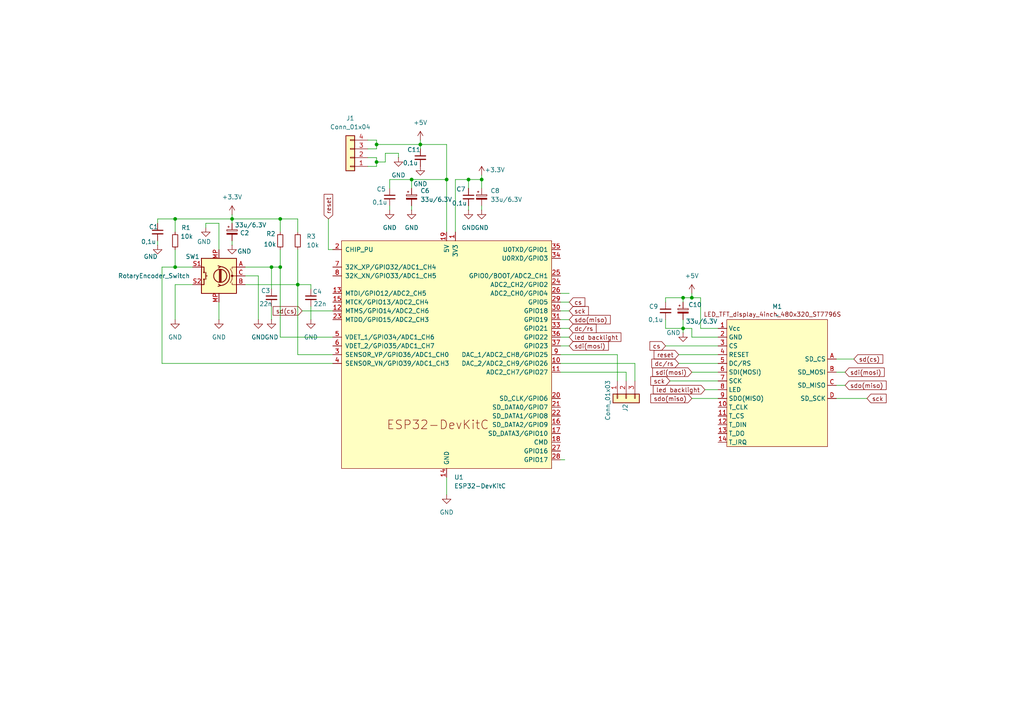
<source format=kicad_sch>
(kicad_sch
	(version 20250114)
	(generator "eeschema")
	(generator_version "9.0")
	(uuid "dc30c810-3560-4baa-a0ec-e3823764d700")
	(paper "A4")
	(lib_symbols
		(symbol "Connector_Generic:Conn_01x03"
			(pin_names
				(offset 1.016)
				(hide yes)
			)
			(exclude_from_sim no)
			(in_bom yes)
			(on_board yes)
			(property "Reference" "J"
				(at 0 5.08 0)
				(effects
					(font
						(size 1.27 1.27)
					)
				)
			)
			(property "Value" "Conn_01x03"
				(at 0 -5.08 0)
				(effects
					(font
						(size 1.27 1.27)
					)
				)
			)
			(property "Footprint" ""
				(at 0 0 0)
				(effects
					(font
						(size 1.27 1.27)
					)
					(hide yes)
				)
			)
			(property "Datasheet" "~"
				(at 0 0 0)
				(effects
					(font
						(size 1.27 1.27)
					)
					(hide yes)
				)
			)
			(property "Description" "Generic connector, single row, 01x03, script generated (kicad-library-utils/schlib/autogen/connector/)"
				(at 0 0 0)
				(effects
					(font
						(size 1.27 1.27)
					)
					(hide yes)
				)
			)
			(property "ki_keywords" "connector"
				(at 0 0 0)
				(effects
					(font
						(size 1.27 1.27)
					)
					(hide yes)
				)
			)
			(property "ki_fp_filters" "Connector*:*_1x??_*"
				(at 0 0 0)
				(effects
					(font
						(size 1.27 1.27)
					)
					(hide yes)
				)
			)
			(symbol "Conn_01x03_1_1"
				(rectangle
					(start -1.27 3.81)
					(end 1.27 -3.81)
					(stroke
						(width 0.254)
						(type default)
					)
					(fill
						(type background)
					)
				)
				(rectangle
					(start -1.27 2.667)
					(end 0 2.413)
					(stroke
						(width 0.1524)
						(type default)
					)
					(fill
						(type none)
					)
				)
				(rectangle
					(start -1.27 0.127)
					(end 0 -0.127)
					(stroke
						(width 0.1524)
						(type default)
					)
					(fill
						(type none)
					)
				)
				(rectangle
					(start -1.27 -2.413)
					(end 0 -2.667)
					(stroke
						(width 0.1524)
						(type default)
					)
					(fill
						(type none)
					)
				)
				(pin passive line
					(at -5.08 2.54 0)
					(length 3.81)
					(name "Pin_1"
						(effects
							(font
								(size 1.27 1.27)
							)
						)
					)
					(number "1"
						(effects
							(font
								(size 1.27 1.27)
							)
						)
					)
				)
				(pin passive line
					(at -5.08 0 0)
					(length 3.81)
					(name "Pin_2"
						(effects
							(font
								(size 1.27 1.27)
							)
						)
					)
					(number "2"
						(effects
							(font
								(size 1.27 1.27)
							)
						)
					)
				)
				(pin passive line
					(at -5.08 -2.54 0)
					(length 3.81)
					(name "Pin_3"
						(effects
							(font
								(size 1.27 1.27)
							)
						)
					)
					(number "3"
						(effects
							(font
								(size 1.27 1.27)
							)
						)
					)
				)
			)
			(embedded_fonts no)
		)
		(symbol "Connector_Generic:Conn_01x04"
			(pin_names
				(offset 1.016)
				(hide yes)
			)
			(exclude_from_sim no)
			(in_bom yes)
			(on_board yes)
			(property "Reference" "J"
				(at 0 5.08 0)
				(effects
					(font
						(size 1.27 1.27)
					)
				)
			)
			(property "Value" "Conn_01x04"
				(at 0 -7.62 0)
				(effects
					(font
						(size 1.27 1.27)
					)
				)
			)
			(property "Footprint" ""
				(at 0 0 0)
				(effects
					(font
						(size 1.27 1.27)
					)
					(hide yes)
				)
			)
			(property "Datasheet" "~"
				(at 0 0 0)
				(effects
					(font
						(size 1.27 1.27)
					)
					(hide yes)
				)
			)
			(property "Description" "Generic connector, single row, 01x04, script generated (kicad-library-utils/schlib/autogen/connector/)"
				(at 0 0 0)
				(effects
					(font
						(size 1.27 1.27)
					)
					(hide yes)
				)
			)
			(property "ki_keywords" "connector"
				(at 0 0 0)
				(effects
					(font
						(size 1.27 1.27)
					)
					(hide yes)
				)
			)
			(property "ki_fp_filters" "Connector*:*_1x??_*"
				(at 0 0 0)
				(effects
					(font
						(size 1.27 1.27)
					)
					(hide yes)
				)
			)
			(symbol "Conn_01x04_1_1"
				(rectangle
					(start -1.27 3.81)
					(end 1.27 -6.35)
					(stroke
						(width 0.254)
						(type default)
					)
					(fill
						(type background)
					)
				)
				(rectangle
					(start -1.27 2.667)
					(end 0 2.413)
					(stroke
						(width 0.1524)
						(type default)
					)
					(fill
						(type none)
					)
				)
				(rectangle
					(start -1.27 0.127)
					(end 0 -0.127)
					(stroke
						(width 0.1524)
						(type default)
					)
					(fill
						(type none)
					)
				)
				(rectangle
					(start -1.27 -2.413)
					(end 0 -2.667)
					(stroke
						(width 0.1524)
						(type default)
					)
					(fill
						(type none)
					)
				)
				(rectangle
					(start -1.27 -4.953)
					(end 0 -5.207)
					(stroke
						(width 0.1524)
						(type default)
					)
					(fill
						(type none)
					)
				)
				(pin passive line
					(at -5.08 2.54 0)
					(length 3.81)
					(name "Pin_1"
						(effects
							(font
								(size 1.27 1.27)
							)
						)
					)
					(number "1"
						(effects
							(font
								(size 1.27 1.27)
							)
						)
					)
				)
				(pin passive line
					(at -5.08 0 0)
					(length 3.81)
					(name "Pin_2"
						(effects
							(font
								(size 1.27 1.27)
							)
						)
					)
					(number "2"
						(effects
							(font
								(size 1.27 1.27)
							)
						)
					)
				)
				(pin passive line
					(at -5.08 -2.54 0)
					(length 3.81)
					(name "Pin_3"
						(effects
							(font
								(size 1.27 1.27)
							)
						)
					)
					(number "3"
						(effects
							(font
								(size 1.27 1.27)
							)
						)
					)
				)
				(pin passive line
					(at -5.08 -5.08 0)
					(length 3.81)
					(name "Pin_4"
						(effects
							(font
								(size 1.27 1.27)
							)
						)
					)
					(number "4"
						(effects
							(font
								(size 1.27 1.27)
							)
						)
					)
				)
			)
			(embedded_fonts no)
		)
		(symbol "Device:C_Polarized_Small"
			(pin_numbers
				(hide yes)
			)
			(pin_names
				(offset 0.254)
				(hide yes)
			)
			(exclude_from_sim no)
			(in_bom yes)
			(on_board yes)
			(property "Reference" "C"
				(at 0.254 1.778 0)
				(effects
					(font
						(size 1.27 1.27)
					)
					(justify left)
				)
			)
			(property "Value" "C_Polarized_Small"
				(at 0.254 -2.032 0)
				(effects
					(font
						(size 1.27 1.27)
					)
					(justify left)
				)
			)
			(property "Footprint" ""
				(at 0 0 0)
				(effects
					(font
						(size 1.27 1.27)
					)
					(hide yes)
				)
			)
			(property "Datasheet" "~"
				(at 0 0 0)
				(effects
					(font
						(size 1.27 1.27)
					)
					(hide yes)
				)
			)
			(property "Description" "Polarized capacitor, small symbol"
				(at 0 0 0)
				(effects
					(font
						(size 1.27 1.27)
					)
					(hide yes)
				)
			)
			(property "ki_keywords" "cap capacitor"
				(at 0 0 0)
				(effects
					(font
						(size 1.27 1.27)
					)
					(hide yes)
				)
			)
			(property "ki_fp_filters" "CP_*"
				(at 0 0 0)
				(effects
					(font
						(size 1.27 1.27)
					)
					(hide yes)
				)
			)
			(symbol "C_Polarized_Small_0_1"
				(rectangle
					(start -1.524 0.6858)
					(end 1.524 0.3048)
					(stroke
						(width 0)
						(type default)
					)
					(fill
						(type none)
					)
				)
				(rectangle
					(start -1.524 -0.3048)
					(end 1.524 -0.6858)
					(stroke
						(width 0)
						(type default)
					)
					(fill
						(type outline)
					)
				)
				(polyline
					(pts
						(xy -1.27 1.524) (xy -0.762 1.524)
					)
					(stroke
						(width 0)
						(type default)
					)
					(fill
						(type none)
					)
				)
				(polyline
					(pts
						(xy -1.016 1.27) (xy -1.016 1.778)
					)
					(stroke
						(width 0)
						(type default)
					)
					(fill
						(type none)
					)
				)
			)
			(symbol "C_Polarized_Small_1_1"
				(pin passive line
					(at 0 2.54 270)
					(length 1.8542)
					(name "~"
						(effects
							(font
								(size 1.27 1.27)
							)
						)
					)
					(number "1"
						(effects
							(font
								(size 1.27 1.27)
							)
						)
					)
				)
				(pin passive line
					(at 0 -2.54 90)
					(length 1.8542)
					(name "~"
						(effects
							(font
								(size 1.27 1.27)
							)
						)
					)
					(number "2"
						(effects
							(font
								(size 1.27 1.27)
							)
						)
					)
				)
			)
			(embedded_fonts no)
		)
		(symbol "Device:C_Small"
			(pin_numbers
				(hide yes)
			)
			(pin_names
				(offset 0.254)
				(hide yes)
			)
			(exclude_from_sim no)
			(in_bom yes)
			(on_board yes)
			(property "Reference" "C"
				(at 0.254 1.778 0)
				(effects
					(font
						(size 1.27 1.27)
					)
					(justify left)
				)
			)
			(property "Value" "C_Small"
				(at 0.254 -2.032 0)
				(effects
					(font
						(size 1.27 1.27)
					)
					(justify left)
				)
			)
			(property "Footprint" ""
				(at 0 0 0)
				(effects
					(font
						(size 1.27 1.27)
					)
					(hide yes)
				)
			)
			(property "Datasheet" "~"
				(at 0 0 0)
				(effects
					(font
						(size 1.27 1.27)
					)
					(hide yes)
				)
			)
			(property "Description" "Unpolarized capacitor, small symbol"
				(at 0 0 0)
				(effects
					(font
						(size 1.27 1.27)
					)
					(hide yes)
				)
			)
			(property "ki_keywords" "capacitor cap"
				(at 0 0 0)
				(effects
					(font
						(size 1.27 1.27)
					)
					(hide yes)
				)
			)
			(property "ki_fp_filters" "C_*"
				(at 0 0 0)
				(effects
					(font
						(size 1.27 1.27)
					)
					(hide yes)
				)
			)
			(symbol "C_Small_0_1"
				(polyline
					(pts
						(xy -1.524 0.508) (xy 1.524 0.508)
					)
					(stroke
						(width 0.3048)
						(type default)
					)
					(fill
						(type none)
					)
				)
				(polyline
					(pts
						(xy -1.524 -0.508) (xy 1.524 -0.508)
					)
					(stroke
						(width 0.3302)
						(type default)
					)
					(fill
						(type none)
					)
				)
			)
			(symbol "C_Small_1_1"
				(pin passive line
					(at 0 2.54 270)
					(length 2.032)
					(name "~"
						(effects
							(font
								(size 1.27 1.27)
							)
						)
					)
					(number "1"
						(effects
							(font
								(size 1.27 1.27)
							)
						)
					)
				)
				(pin passive line
					(at 0 -2.54 90)
					(length 2.032)
					(name "~"
						(effects
							(font
								(size 1.27 1.27)
							)
						)
					)
					(number "2"
						(effects
							(font
								(size 1.27 1.27)
							)
						)
					)
				)
			)
			(embedded_fonts no)
		)
		(symbol "Device:R_Small"
			(pin_numbers
				(hide yes)
			)
			(pin_names
				(offset 0.254)
				(hide yes)
			)
			(exclude_from_sim no)
			(in_bom yes)
			(on_board yes)
			(property "Reference" "R"
				(at 0.762 0.508 0)
				(effects
					(font
						(size 1.27 1.27)
					)
					(justify left)
				)
			)
			(property "Value" "R_Small"
				(at 0.762 -1.016 0)
				(effects
					(font
						(size 1.27 1.27)
					)
					(justify left)
				)
			)
			(property "Footprint" ""
				(at 0 0 0)
				(effects
					(font
						(size 1.27 1.27)
					)
					(hide yes)
				)
			)
			(property "Datasheet" "~"
				(at 0 0 0)
				(effects
					(font
						(size 1.27 1.27)
					)
					(hide yes)
				)
			)
			(property "Description" "Resistor, small symbol"
				(at 0 0 0)
				(effects
					(font
						(size 1.27 1.27)
					)
					(hide yes)
				)
			)
			(property "ki_keywords" "R resistor"
				(at 0 0 0)
				(effects
					(font
						(size 1.27 1.27)
					)
					(hide yes)
				)
			)
			(property "ki_fp_filters" "R_*"
				(at 0 0 0)
				(effects
					(font
						(size 1.27 1.27)
					)
					(hide yes)
				)
			)
			(symbol "R_Small_0_1"
				(rectangle
					(start -0.762 1.778)
					(end 0.762 -1.778)
					(stroke
						(width 0.2032)
						(type default)
					)
					(fill
						(type none)
					)
				)
			)
			(symbol "R_Small_1_1"
				(pin passive line
					(at 0 2.54 270)
					(length 0.762)
					(name "~"
						(effects
							(font
								(size 1.27 1.27)
							)
						)
					)
					(number "1"
						(effects
							(font
								(size 1.27 1.27)
							)
						)
					)
				)
				(pin passive line
					(at 0 -2.54 90)
					(length 0.762)
					(name "~"
						(effects
							(font
								(size 1.27 1.27)
							)
						)
					)
					(number "2"
						(effects
							(font
								(size 1.27 1.27)
							)
						)
					)
				)
			)
			(embedded_fonts no)
		)
		(symbol "Enkodery:RotaryEncoder_Switch"
			(pin_names
				(offset 0.254)
				(hide yes)
			)
			(exclude_from_sim no)
			(in_bom yes)
			(on_board yes)
			(property "Reference" "SW1"
				(at 9.652 0.254 0)
				(effects
					(font
						(size 1.27 1.27)
					)
				)
			)
			(property "Value" "RotaryEncoder_Switch"
				(at 0 7.62 0)
				(effects
					(font
						(size 1.27 1.27)
					)
				)
			)
			(property "Footprint" "Rotary_Encoder:RotaryEncoder_Alps_EC11E-Switch_Vertical_H20mm"
				(at -3.81 4.064 0)
				(effects
					(font
						(size 1.27 1.27)
					)
					(hide yes)
				)
			)
			(property "Datasheet" "~"
				(at 0 6.604 0)
				(effects
					(font
						(size 1.27 1.27)
					)
					(hide yes)
				)
			)
			(property "Description" "Rotary encoder, dual channel, incremental quadrate outputs, with switch"
				(at 0 0 0)
				(effects
					(font
						(size 1.27 1.27)
					)
					(hide yes)
				)
			)
			(property "ki_keywords" "rotary switch encoder switch push button"
				(at 0 0 0)
				(effects
					(font
						(size 1.27 1.27)
					)
					(hide yes)
				)
			)
			(property "ki_fp_filters" "RotaryEncoder*Switch*"
				(at 0 0 0)
				(effects
					(font
						(size 1.27 1.27)
					)
					(hide yes)
				)
			)
			(symbol "RotaryEncoder_Switch_0_1"
				(rectangle
					(start -5.08 5.08)
					(end 5.08 -5.08)
					(stroke
						(width 0.254)
						(type default)
					)
					(fill
						(type background)
					)
				)
				(polyline
					(pts
						(xy -5.08 2.54) (xy -3.81 2.54) (xy -3.81 2.032)
					)
					(stroke
						(width 0)
						(type default)
					)
					(fill
						(type none)
					)
				)
				(polyline
					(pts
						(xy -5.08 0) (xy -3.81 0) (xy -3.81 -1.016) (xy -3.302 -2.032)
					)
					(stroke
						(width 0)
						(type default)
					)
					(fill
						(type none)
					)
				)
				(polyline
					(pts
						(xy -5.08 -2.54) (xy -3.81 -2.54) (xy -3.81 -2.032)
					)
					(stroke
						(width 0)
						(type default)
					)
					(fill
						(type none)
					)
				)
				(polyline
					(pts
						(xy -4.318 0) (xy -3.81 0) (xy -3.81 1.016) (xy -3.302 2.032)
					)
					(stroke
						(width 0)
						(type default)
					)
					(fill
						(type none)
					)
				)
				(circle
					(center -3.81 0)
					(radius 0.254)
					(stroke
						(width 0)
						(type default)
					)
					(fill
						(type outline)
					)
				)
				(polyline
					(pts
						(xy -0.635 -1.778) (xy -0.635 1.778)
					)
					(stroke
						(width 0.254)
						(type default)
					)
					(fill
						(type none)
					)
				)
				(circle
					(center -0.381 0)
					(radius 1.905)
					(stroke
						(width 0.254)
						(type default)
					)
					(fill
						(type none)
					)
				)
				(polyline
					(pts
						(xy -0.381 -1.778) (xy -0.381 1.778)
					)
					(stroke
						(width 0.254)
						(type default)
					)
					(fill
						(type none)
					)
				)
				(arc
					(start -0.381 -2.794)
					(mid -3.0988 -0.0635)
					(end -0.381 2.667)
					(stroke
						(width 0.254)
						(type default)
					)
					(fill
						(type none)
					)
				)
				(polyline
					(pts
						(xy -0.127 1.778) (xy -0.127 -1.778)
					)
					(stroke
						(width 0.254)
						(type default)
					)
					(fill
						(type none)
					)
				)
				(polyline
					(pts
						(xy 0.254 2.921) (xy -0.508 2.667) (xy 0.127 2.286)
					)
					(stroke
						(width 0.254)
						(type default)
					)
					(fill
						(type none)
					)
				)
				(polyline
					(pts
						(xy 0.254 -3.048) (xy -0.508 -2.794) (xy 0.127 -2.413)
					)
					(stroke
						(width 0.254)
						(type default)
					)
					(fill
						(type none)
					)
				)
				(polyline
					(pts
						(xy 3.81 1.016) (xy 3.81 -1.016)
					)
					(stroke
						(width 0.254)
						(type default)
					)
					(fill
						(type none)
					)
				)
				(polyline
					(pts
						(xy 3.81 0) (xy 3.429 0)
					)
					(stroke
						(width 0.254)
						(type default)
					)
					(fill
						(type none)
					)
				)
				(circle
					(center 4.318 1.016)
					(radius 0.127)
					(stroke
						(width 0.254)
						(type default)
					)
					(fill
						(type none)
					)
				)
				(circle
					(center 4.318 -1.016)
					(radius 0.127)
					(stroke
						(width 0.254)
						(type default)
					)
					(fill
						(type none)
					)
				)
				(polyline
					(pts
						(xy 5.08 2.54) (xy 4.318 2.54) (xy 4.318 1.016)
					)
					(stroke
						(width 0.254)
						(type default)
					)
					(fill
						(type none)
					)
				)
				(polyline
					(pts
						(xy 5.08 -2.54) (xy 4.318 -2.54) (xy 4.318 -1.016)
					)
					(stroke
						(width 0.254)
						(type default)
					)
					(fill
						(type none)
					)
				)
			)
			(symbol "RotaryEncoder_Switch_1_1"
				(pin passive line
					(at -7.62 2.54 0)
					(length 2.54)
					(name "A"
						(effects
							(font
								(size 1.27 1.27)
							)
						)
					)
					(number "A"
						(effects
							(font
								(size 1.27 1.27)
							)
						)
					)
				)
				(pin passive line
					(at -7.62 0 0)
					(length 2.54)
					(name "C"
						(effects
							(font
								(size 1.27 1.27)
							)
						)
					)
					(number "C"
						(effects
							(font
								(size 1.27 1.27)
							)
						)
					)
				)
				(pin passive line
					(at -7.62 -2.54 0)
					(length 2.54)
					(name "B"
						(effects
							(font
								(size 1.27 1.27)
							)
						)
					)
					(number "B"
						(effects
							(font
								(size 1.27 1.27)
							)
						)
					)
				)
				(pin passive line
					(at 0 7.62 270)
					(length 2.54)
					(name "MP"
						(effects
							(font
								(size 1.27 1.27)
							)
						)
					)
					(number "MP"
						(effects
							(font
								(size 1.27 1.27)
							)
						)
					)
				)
				(pin passive line
					(at 0 -7.62 90)
					(length 2.54)
					(name "MP"
						(effects
							(font
								(size 1.27 1.27)
							)
						)
					)
					(number "MP"
						(effects
							(font
								(size 1.27 1.27)
							)
						)
					)
				)
				(pin passive line
					(at 7.62 2.54 180)
					(length 2.54)
					(name "S1"
						(effects
							(font
								(size 1.27 1.27)
							)
						)
					)
					(number "S1"
						(effects
							(font
								(size 1.27 1.27)
							)
						)
					)
				)
				(pin passive line
					(at 7.62 -2.54 180)
					(length 2.54)
					(name "S2"
						(effects
							(font
								(size 1.27 1.27)
							)
						)
					)
					(number "S2"
						(effects
							(font
								(size 1.27 1.27)
							)
						)
					)
				)
			)
			(embedded_fonts no)
		)
		(symbol "PCM_Espressif:ESP32-DevKitC"
			(pin_names
				(offset 1.016)
			)
			(exclude_from_sim no)
			(in_bom yes)
			(on_board yes)
			(property "Reference" "U"
				(at -30.48 38.1 0)
				(effects
					(font
						(size 1.27 1.27)
					)
					(justify left)
				)
			)
			(property "Value" "ESP32-DevKitC"
				(at -30.48 35.56 0)
				(effects
					(font
						(size 1.27 1.27)
					)
					(justify left)
				)
			)
			(property "Footprint" "PCM_Espressif:ESP32-DevKitC"
				(at 0 -43.18 0)
				(effects
					(font
						(size 1.27 1.27)
					)
					(hide yes)
				)
			)
			(property "Datasheet" "https://docs.espressif.com/projects/esp-idf/zh_CN/latest/esp32/hw-reference/esp32/get-started-devkitc.html"
				(at 0 -45.72 0)
				(effects
					(font
						(size 1.27 1.27)
					)
					(hide yes)
				)
			)
			(property "Description" "Development Kit"
				(at 0 0 0)
				(effects
					(font
						(size 1.27 1.27)
					)
					(hide yes)
				)
			)
			(property "ki_keywords" "ESP32"
				(at 0 0 0)
				(effects
					(font
						(size 1.27 1.27)
					)
					(hide yes)
				)
			)
			(symbol "ESP32-DevKitC_0_0"
				(text "ESP32-DevKitC"
					(at -2.54 -20.32 0)
					(effects
						(font
							(size 2.54 2.54)
						)
					)
				)
				(pin power_in line
					(at 0 35.56 270)
					(length 2.54)
					(name "5V"
						(effects
							(font
								(size 1.27 1.27)
							)
						)
					)
					(number "19"
						(effects
							(font
								(size 1.27 1.27)
							)
						)
					)
				)
				(pin power_in line
					(at 0 -35.56 90)
					(length 2.54)
					(name "GND"
						(effects
							(font
								(size 1.27 1.27)
							)
						)
					)
					(number "14"
						(effects
							(font
								(size 1.27 1.27)
							)
						)
					)
				)
			)
			(symbol "ESP32-DevKitC_0_1"
				(rectangle
					(start -30.48 33.02)
					(end 30.48 -33.02)
					(stroke
						(width 0)
						(type default)
					)
					(fill
						(type background)
					)
				)
			)
			(symbol "ESP32-DevKitC_1_1"
				(pin input line
					(at -33.02 30.48 0)
					(length 2.54)
					(name "CHIP_PU"
						(effects
							(font
								(size 1.27 1.27)
							)
						)
					)
					(number "2"
						(effects
							(font
								(size 1.27 1.27)
							)
						)
					)
				)
				(pin bidirectional line
					(at -33.02 25.4 0)
					(length 2.54)
					(name "32K_XP/GPIO32/ADC1_CH4"
						(effects
							(font
								(size 1.27 1.27)
							)
						)
					)
					(number "7"
						(effects
							(font
								(size 1.27 1.27)
							)
						)
					)
				)
				(pin bidirectional line
					(at -33.02 22.86 0)
					(length 2.54)
					(name "32K_XN/GPIO33/ADC1_CH5"
						(effects
							(font
								(size 1.27 1.27)
							)
						)
					)
					(number "8"
						(effects
							(font
								(size 1.27 1.27)
							)
						)
					)
				)
				(pin bidirectional line
					(at -33.02 17.78 0)
					(length 2.54)
					(name "MTDI/GPIO12/ADC2_CH5"
						(effects
							(font
								(size 1.27 1.27)
							)
						)
					)
					(number "13"
						(effects
							(font
								(size 1.27 1.27)
							)
						)
					)
				)
				(pin bidirectional line
					(at -33.02 15.24 0)
					(length 2.54)
					(name "MTCK/GPIO13/ADC2_CH4"
						(effects
							(font
								(size 1.27 1.27)
							)
						)
					)
					(number "15"
						(effects
							(font
								(size 1.27 1.27)
							)
						)
					)
				)
				(pin bidirectional line
					(at -33.02 12.7 0)
					(length 2.54)
					(name "MTMS/GPIO14/ADC2_CH6"
						(effects
							(font
								(size 1.27 1.27)
							)
						)
					)
					(number "12"
						(effects
							(font
								(size 1.27 1.27)
							)
						)
					)
				)
				(pin bidirectional line
					(at -33.02 10.16 0)
					(length 2.54)
					(name "MTDO/GPIO15/ADC2_CH3"
						(effects
							(font
								(size 1.27 1.27)
							)
						)
					)
					(number "23"
						(effects
							(font
								(size 1.27 1.27)
							)
						)
					)
				)
				(pin input line
					(at -33.02 5.08 0)
					(length 2.54)
					(name "VDET_1/GPIO34/ADC1_CH6"
						(effects
							(font
								(size 1.27 1.27)
							)
						)
					)
					(number "5"
						(effects
							(font
								(size 1.27 1.27)
							)
						)
					)
				)
				(pin input line
					(at -33.02 2.54 0)
					(length 2.54)
					(name "VDET_2/GPIO35/ADC1_CH7"
						(effects
							(font
								(size 1.27 1.27)
							)
						)
					)
					(number "6"
						(effects
							(font
								(size 1.27 1.27)
							)
						)
					)
				)
				(pin input line
					(at -33.02 0 0)
					(length 2.54)
					(name "SENSOR_VP/GPIO36/ADC1_CH0"
						(effects
							(font
								(size 1.27 1.27)
							)
						)
					)
					(number "3"
						(effects
							(font
								(size 1.27 1.27)
							)
						)
					)
				)
				(pin input line
					(at -33.02 -2.54 0)
					(length 2.54)
					(name "SENSOR_VN/GPIO39/ADC1_CH3"
						(effects
							(font
								(size 1.27 1.27)
							)
						)
					)
					(number "4"
						(effects
							(font
								(size 1.27 1.27)
							)
						)
					)
				)
				(pin passive line
					(at 0 -35.56 90)
					(length 2.54)
					(hide yes)
					(name "GND"
						(effects
							(font
								(size 1.27 1.27)
							)
						)
					)
					(number "32"
						(effects
							(font
								(size 1.27 1.27)
							)
						)
					)
				)
				(pin passive line
					(at 0 -35.56 90)
					(length 2.54)
					(hide yes)
					(name "GND"
						(effects
							(font
								(size 1.27 1.27)
							)
						)
					)
					(number "38"
						(effects
							(font
								(size 1.27 1.27)
							)
						)
					)
				)
				(pin power_in line
					(at 2.54 35.56 270)
					(length 2.54)
					(name "3V3"
						(effects
							(font
								(size 1.27 1.27)
							)
						)
					)
					(number "1"
						(effects
							(font
								(size 1.27 1.27)
							)
						)
					)
				)
				(pin bidirectional line
					(at 33.02 30.48 180)
					(length 2.54)
					(name "U0TXD/GPIO1"
						(effects
							(font
								(size 1.27 1.27)
							)
						)
					)
					(number "35"
						(effects
							(font
								(size 1.27 1.27)
							)
						)
					)
				)
				(pin bidirectional line
					(at 33.02 27.94 180)
					(length 2.54)
					(name "U0RXD/GPIO3"
						(effects
							(font
								(size 1.27 1.27)
							)
						)
					)
					(number "34"
						(effects
							(font
								(size 1.27 1.27)
							)
						)
					)
				)
				(pin bidirectional line
					(at 33.02 22.86 180)
					(length 2.54)
					(name "GPIO0/BOOT/ADC2_CH1"
						(effects
							(font
								(size 1.27 1.27)
							)
						)
					)
					(number "25"
						(effects
							(font
								(size 1.27 1.27)
							)
						)
					)
				)
				(pin bidirectional line
					(at 33.02 20.32 180)
					(length 2.54)
					(name "ADC2_CH2/GPIO2"
						(effects
							(font
								(size 1.27 1.27)
							)
						)
					)
					(number "24"
						(effects
							(font
								(size 1.27 1.27)
							)
						)
					)
				)
				(pin bidirectional line
					(at 33.02 17.78 180)
					(length 2.54)
					(name "ADC2_CH0/GPIO4"
						(effects
							(font
								(size 1.27 1.27)
							)
						)
					)
					(number "26"
						(effects
							(font
								(size 1.27 1.27)
							)
						)
					)
				)
				(pin bidirectional line
					(at 33.02 15.24 180)
					(length 2.54)
					(name "GPIO5"
						(effects
							(font
								(size 1.27 1.27)
							)
						)
					)
					(number "29"
						(effects
							(font
								(size 1.27 1.27)
							)
						)
					)
				)
				(pin bidirectional line
					(at 33.02 12.7 180)
					(length 2.54)
					(name "GPIO18"
						(effects
							(font
								(size 1.27 1.27)
							)
						)
					)
					(number "30"
						(effects
							(font
								(size 1.27 1.27)
							)
						)
					)
				)
				(pin bidirectional line
					(at 33.02 10.16 180)
					(length 2.54)
					(name "GPIO19"
						(effects
							(font
								(size 1.27 1.27)
							)
						)
					)
					(number "31"
						(effects
							(font
								(size 1.27 1.27)
							)
						)
					)
				)
				(pin bidirectional line
					(at 33.02 7.62 180)
					(length 2.54)
					(name "GPIO21"
						(effects
							(font
								(size 1.27 1.27)
							)
						)
					)
					(number "33"
						(effects
							(font
								(size 1.27 1.27)
							)
						)
					)
				)
				(pin bidirectional line
					(at 33.02 5.08 180)
					(length 2.54)
					(name "GPIO22"
						(effects
							(font
								(size 1.27 1.27)
							)
						)
					)
					(number "36"
						(effects
							(font
								(size 1.27 1.27)
							)
						)
					)
				)
				(pin bidirectional line
					(at 33.02 2.54 180)
					(length 2.54)
					(name "GPIO23"
						(effects
							(font
								(size 1.27 1.27)
							)
						)
					)
					(number "37"
						(effects
							(font
								(size 1.27 1.27)
							)
						)
					)
				)
				(pin bidirectional line
					(at 33.02 0 180)
					(length 2.54)
					(name "DAC_1/ADC2_CH8/GPIO25"
						(effects
							(font
								(size 1.27 1.27)
							)
						)
					)
					(number "9"
						(effects
							(font
								(size 1.27 1.27)
							)
						)
					)
				)
				(pin bidirectional line
					(at 33.02 -2.54 180)
					(length 2.54)
					(name "DAC_2/ADC2_CH9/GPIO26"
						(effects
							(font
								(size 1.27 1.27)
							)
						)
					)
					(number "10"
						(effects
							(font
								(size 1.27 1.27)
							)
						)
					)
				)
				(pin bidirectional line
					(at 33.02 -5.08 180)
					(length 2.54)
					(name "ADC2_CH7/GPIO27"
						(effects
							(font
								(size 1.27 1.27)
							)
						)
					)
					(number "11"
						(effects
							(font
								(size 1.27 1.27)
							)
						)
					)
				)
				(pin bidirectional line
					(at 33.02 -12.7 180)
					(length 2.54)
					(name "SD_CLK/GPIO6"
						(effects
							(font
								(size 1.27 1.27)
							)
						)
					)
					(number "20"
						(effects
							(font
								(size 1.27 1.27)
							)
						)
					)
				)
				(pin bidirectional line
					(at 33.02 -15.24 180)
					(length 2.54)
					(name "SD_DATA0/GPIO7"
						(effects
							(font
								(size 1.27 1.27)
							)
						)
					)
					(number "21"
						(effects
							(font
								(size 1.27 1.27)
							)
						)
					)
				)
				(pin bidirectional line
					(at 33.02 -17.78 180)
					(length 2.54)
					(name "SD_DATA1/GPIO8"
						(effects
							(font
								(size 1.27 1.27)
							)
						)
					)
					(number "22"
						(effects
							(font
								(size 1.27 1.27)
							)
						)
					)
				)
				(pin bidirectional line
					(at 33.02 -20.32 180)
					(length 2.54)
					(name "SD_DATA2/GPIO9"
						(effects
							(font
								(size 1.27 1.27)
							)
						)
					)
					(number "16"
						(effects
							(font
								(size 1.27 1.27)
							)
						)
					)
				)
				(pin bidirectional line
					(at 33.02 -22.86 180)
					(length 2.54)
					(name "SD_DATA3/GPIO10"
						(effects
							(font
								(size 1.27 1.27)
							)
						)
					)
					(number "17"
						(effects
							(font
								(size 1.27 1.27)
							)
						)
					)
				)
				(pin bidirectional line
					(at 33.02 -25.4 180)
					(length 2.54)
					(name "CMD"
						(effects
							(font
								(size 1.27 1.27)
							)
						)
					)
					(number "18"
						(effects
							(font
								(size 1.27 1.27)
							)
						)
					)
				)
				(pin bidirectional line
					(at 33.02 -27.94 180)
					(length 2.54)
					(name "GPIO16"
						(effects
							(font
								(size 1.27 1.27)
							)
						)
					)
					(number "27"
						(effects
							(font
								(size 1.27 1.27)
							)
						)
					)
				)
				(pin bidirectional line
					(at 33.02 -30.48 180)
					(length 2.54)
					(name "GPIO17"
						(effects
							(font
								(size 1.27 1.27)
							)
						)
					)
					(number "28"
						(effects
							(font
								(size 1.27 1.27)
							)
						)
					)
				)
			)
			(embedded_fonts no)
		)
		(symbol "TFT_display:LED_TFT_display_4inch_480x320_ST7796S"
			(exclude_from_sim no)
			(in_bom yes)
			(on_board yes)
			(property "Reference" "M3"
				(at 0.635 19.05 0)
				(effects
					(font
						(size 1.27 1.27)
					)
				)
			)
			(property "Value" "~"
				(at 0.635 16.51 0)
				(effects
					(font
						(size 1.27 1.27)
					)
				)
			)
			(property "Footprint" ""
				(at -6.35 2.54 0)
				(effects
					(font
						(size 1.27 1.27)
					)
					(hide yes)
				)
			)
			(property "Datasheet" ""
				(at -6.35 2.54 0)
				(effects
					(font
						(size 1.27 1.27)
					)
					(hide yes)
				)
			)
			(property "Description" ""
				(at -6.35 2.54 0)
				(effects
					(font
						(size 1.27 1.27)
					)
					(hide yes)
				)
			)
			(symbol "LED_TFT_display_4inch_480x320_ST7796S_0_1"
				(rectangle
					(start -13.97 15.24)
					(end 15.24 -21.59)
					(stroke
						(width 0)
						(type default)
					)
					(fill
						(type background)
					)
				)
			)
			(symbol "LED_TFT_display_4inch_480x320_ST7796S_1_1"
				(text "LED_TFT_display_4inch_480x320_ST7796S"
					(at -0.762 16.764 0)
					(effects
						(font
							(size 1.27 1.27)
						)
					)
				)
				(pin power_in line
					(at -16.51 12.7 0)
					(length 2.54)
					(name "Vcc"
						(effects
							(font
								(size 1.27 1.27)
							)
						)
					)
					(number "1"
						(effects
							(font
								(size 1.27 1.27)
							)
						)
					)
				)
				(pin power_in line
					(at -16.51 10.16 0)
					(length 2.54)
					(name "GND"
						(effects
							(font
								(size 1.27 1.27)
							)
						)
					)
					(number "2"
						(effects
							(font
								(size 1.27 1.27)
							)
						)
					)
				)
				(pin input line
					(at -16.51 7.62 0)
					(length 2.54)
					(name "CS"
						(effects
							(font
								(size 1.27 1.27)
							)
						)
					)
					(number "3"
						(effects
							(font
								(size 1.27 1.27)
							)
						)
					)
				)
				(pin input line
					(at -16.51 5.08 0)
					(length 2.54)
					(name "RESET"
						(effects
							(font
								(size 1.27 1.27)
							)
						)
					)
					(number "4"
						(effects
							(font
								(size 1.27 1.27)
							)
						)
					)
				)
				(pin input line
					(at -16.51 2.54 0)
					(length 2.54)
					(name "DC/RS"
						(effects
							(font
								(size 1.27 1.27)
							)
						)
					)
					(number "5"
						(effects
							(font
								(size 1.27 1.27)
							)
						)
					)
				)
				(pin input line
					(at -16.51 0 0)
					(length 2.54)
					(name "SDI(MOSI)"
						(effects
							(font
								(size 1.27 1.27)
							)
						)
					)
					(number "6"
						(effects
							(font
								(size 1.27 1.27)
							)
						)
					)
				)
				(pin input line
					(at -16.51 -2.54 0)
					(length 2.54)
					(name "SCK"
						(effects
							(font
								(size 1.27 1.27)
							)
						)
					)
					(number "7"
						(effects
							(font
								(size 1.27 1.27)
							)
						)
					)
				)
				(pin input line
					(at -16.51 -5.08 0)
					(length 2.54)
					(name "LED"
						(effects
							(font
								(size 1.27 1.27)
							)
						)
					)
					(number "8"
						(effects
							(font
								(size 1.27 1.27)
							)
						)
					)
				)
				(pin input line
					(at -16.51 -7.62 0)
					(length 2.54)
					(name "SDO(MISO)"
						(effects
							(font
								(size 1.27 1.27)
							)
						)
					)
					(number "9"
						(effects
							(font
								(size 1.27 1.27)
							)
						)
					)
				)
				(pin input line
					(at -16.51 -10.16 0)
					(length 2.54)
					(name "T_CLK"
						(effects
							(font
								(size 1.27 1.27)
							)
						)
					)
					(number "10"
						(effects
							(font
								(size 1.27 1.27)
							)
						)
					)
				)
				(pin input line
					(at -16.51 -12.7 0)
					(length 2.54)
					(name "T_CS"
						(effects
							(font
								(size 1.27 1.27)
							)
						)
					)
					(number "11"
						(effects
							(font
								(size 1.27 1.27)
							)
						)
					)
				)
				(pin input line
					(at -16.51 -15.24 0)
					(length 2.54)
					(name "T_DIN"
						(effects
							(font
								(size 1.27 1.27)
							)
						)
					)
					(number "12"
						(effects
							(font
								(size 1.27 1.27)
							)
						)
					)
				)
				(pin input line
					(at -16.51 -17.78 0)
					(length 2.54)
					(name "T_DO"
						(effects
							(font
								(size 1.27 1.27)
							)
						)
					)
					(number "13"
						(effects
							(font
								(size 1.27 1.27)
							)
						)
					)
				)
				(pin input line
					(at -16.51 -20.32 0)
					(length 2.54)
					(name "T_IRQ"
						(effects
							(font
								(size 1.27 1.27)
							)
						)
					)
					(number "14"
						(effects
							(font
								(size 1.27 1.27)
							)
						)
					)
				)
				(pin input line
					(at 17.78 3.81 180)
					(length 2.54)
					(name "SD_CS"
						(effects
							(font
								(size 1.27 1.27)
							)
						)
					)
					(number "A"
						(effects
							(font
								(size 1.27 1.27)
							)
						)
					)
				)
				(pin input line
					(at 17.78 0 180)
					(length 2.54)
					(name "SD_MOSI"
						(effects
							(font
								(size 1.27 1.27)
							)
						)
					)
					(number "B"
						(effects
							(font
								(size 1.27 1.27)
							)
						)
					)
				)
				(pin input line
					(at 17.78 -3.81 180)
					(length 2.54)
					(name "SD_MISO"
						(effects
							(font
								(size 1.27 1.27)
							)
						)
					)
					(number "C"
						(effects
							(font
								(size 1.27 1.27)
							)
						)
					)
				)
				(pin input line
					(at 17.78 -7.62 180)
					(length 2.54)
					(name "SD_SCK"
						(effects
							(font
								(size 1.27 1.27)
							)
						)
					)
					(number "D"
						(effects
							(font
								(size 1.27 1.27)
							)
						)
					)
				)
			)
			(embedded_fonts no)
		)
		(symbol "power:+3.3V"
			(power)
			(pin_numbers
				(hide yes)
			)
			(pin_names
				(offset 0)
				(hide yes)
			)
			(exclude_from_sim no)
			(in_bom yes)
			(on_board yes)
			(property "Reference" "#PWR"
				(at 0 -3.81 0)
				(effects
					(font
						(size 1.27 1.27)
					)
					(hide yes)
				)
			)
			(property "Value" "+3.3V"
				(at 0 3.556 0)
				(effects
					(font
						(size 1.27 1.27)
					)
				)
			)
			(property "Footprint" ""
				(at 0 0 0)
				(effects
					(font
						(size 1.27 1.27)
					)
					(hide yes)
				)
			)
			(property "Datasheet" ""
				(at 0 0 0)
				(effects
					(font
						(size 1.27 1.27)
					)
					(hide yes)
				)
			)
			(property "Description" "Power symbol creates a global label with name \"+3.3V\""
				(at 0 0 0)
				(effects
					(font
						(size 1.27 1.27)
					)
					(hide yes)
				)
			)
			(property "ki_keywords" "global power"
				(at 0 0 0)
				(effects
					(font
						(size 1.27 1.27)
					)
					(hide yes)
				)
			)
			(symbol "+3.3V_0_1"
				(polyline
					(pts
						(xy -0.762 1.27) (xy 0 2.54)
					)
					(stroke
						(width 0)
						(type default)
					)
					(fill
						(type none)
					)
				)
				(polyline
					(pts
						(xy 0 2.54) (xy 0.762 1.27)
					)
					(stroke
						(width 0)
						(type default)
					)
					(fill
						(type none)
					)
				)
				(polyline
					(pts
						(xy 0 0) (xy 0 2.54)
					)
					(stroke
						(width 0)
						(type default)
					)
					(fill
						(type none)
					)
				)
			)
			(symbol "+3.3V_1_1"
				(pin power_in line
					(at 0 0 90)
					(length 0)
					(name "~"
						(effects
							(font
								(size 1.27 1.27)
							)
						)
					)
					(number "1"
						(effects
							(font
								(size 1.27 1.27)
							)
						)
					)
				)
			)
			(embedded_fonts no)
		)
		(symbol "power:+5V"
			(power)
			(pin_numbers
				(hide yes)
			)
			(pin_names
				(offset 0)
				(hide yes)
			)
			(exclude_from_sim no)
			(in_bom yes)
			(on_board yes)
			(property "Reference" "#PWR"
				(at 0 -3.81 0)
				(effects
					(font
						(size 1.27 1.27)
					)
					(hide yes)
				)
			)
			(property "Value" "+5V"
				(at 0 3.556 0)
				(effects
					(font
						(size 1.27 1.27)
					)
				)
			)
			(property "Footprint" ""
				(at 0 0 0)
				(effects
					(font
						(size 1.27 1.27)
					)
					(hide yes)
				)
			)
			(property "Datasheet" ""
				(at 0 0 0)
				(effects
					(font
						(size 1.27 1.27)
					)
					(hide yes)
				)
			)
			(property "Description" "Power symbol creates a global label with name \"+5V\""
				(at 0 0 0)
				(effects
					(font
						(size 1.27 1.27)
					)
					(hide yes)
				)
			)
			(property "ki_keywords" "global power"
				(at 0 0 0)
				(effects
					(font
						(size 1.27 1.27)
					)
					(hide yes)
				)
			)
			(symbol "+5V_0_1"
				(polyline
					(pts
						(xy -0.762 1.27) (xy 0 2.54)
					)
					(stroke
						(width 0)
						(type default)
					)
					(fill
						(type none)
					)
				)
				(polyline
					(pts
						(xy 0 2.54) (xy 0.762 1.27)
					)
					(stroke
						(width 0)
						(type default)
					)
					(fill
						(type none)
					)
				)
				(polyline
					(pts
						(xy 0 0) (xy 0 2.54)
					)
					(stroke
						(width 0)
						(type default)
					)
					(fill
						(type none)
					)
				)
			)
			(symbol "+5V_1_1"
				(pin power_in line
					(at 0 0 90)
					(length 0)
					(name "~"
						(effects
							(font
								(size 1.27 1.27)
							)
						)
					)
					(number "1"
						(effects
							(font
								(size 1.27 1.27)
							)
						)
					)
				)
			)
			(embedded_fonts no)
		)
		(symbol "power:GND"
			(power)
			(pin_numbers
				(hide yes)
			)
			(pin_names
				(offset 0)
				(hide yes)
			)
			(exclude_from_sim no)
			(in_bom yes)
			(on_board yes)
			(property "Reference" "#PWR"
				(at 0 -6.35 0)
				(effects
					(font
						(size 1.27 1.27)
					)
					(hide yes)
				)
			)
			(property "Value" "GND"
				(at 0 -3.81 0)
				(effects
					(font
						(size 1.27 1.27)
					)
				)
			)
			(property "Footprint" ""
				(at 0 0 0)
				(effects
					(font
						(size 1.27 1.27)
					)
					(hide yes)
				)
			)
			(property "Datasheet" ""
				(at 0 0 0)
				(effects
					(font
						(size 1.27 1.27)
					)
					(hide yes)
				)
			)
			(property "Description" "Power symbol creates a global label with name \"GND\" , ground"
				(at 0 0 0)
				(effects
					(font
						(size 1.27 1.27)
					)
					(hide yes)
				)
			)
			(property "ki_keywords" "global power"
				(at 0 0 0)
				(effects
					(font
						(size 1.27 1.27)
					)
					(hide yes)
				)
			)
			(symbol "GND_0_1"
				(polyline
					(pts
						(xy 0 0) (xy 0 -1.27) (xy 1.27 -1.27) (xy 0 -2.54) (xy -1.27 -1.27) (xy 0 -1.27)
					)
					(stroke
						(width 0)
						(type default)
					)
					(fill
						(type none)
					)
				)
			)
			(symbol "GND_1_1"
				(pin power_in line
					(at 0 0 270)
					(length 0)
					(name "~"
						(effects
							(font
								(size 1.27 1.27)
							)
						)
					)
					(number "1"
						(effects
							(font
								(size 1.27 1.27)
							)
						)
					)
				)
			)
			(embedded_fonts no)
		)
	)
	(junction
		(at 198.12 95.25)
		(diameter 0)
		(color 0 0 0 0)
		(uuid "0c453299-2276-424a-87b8-ac9afe0111cf")
	)
	(junction
		(at 81.28 63.5)
		(diameter 0)
		(color 0 0 0 0)
		(uuid "10fdf3a6-a35e-42b0-bb53-b74b225aa370")
	)
	(junction
		(at 67.31 63.5)
		(diameter 0)
		(color 0 0 0 0)
		(uuid "25981e7f-17d1-4965-9f17-ed13da1f80c3")
	)
	(junction
		(at 139.7 52.07)
		(diameter 0)
		(color 0 0 0 0)
		(uuid "2f4c280b-27c8-467e-8edc-055ab09f8fe6")
	)
	(junction
		(at 200.66 86.36)
		(diameter 0)
		(color 0 0 0 0)
		(uuid "33c772fa-4b8a-4563-95b9-94526e0cd465")
	)
	(junction
		(at 78.74 77.47)
		(diameter 0)
		(color 0 0 0 0)
		(uuid "3488cc56-4d24-4513-b513-c24c9c0da1c0")
	)
	(junction
		(at 86.36 82.55)
		(diameter 0)
		(color 0 0 0 0)
		(uuid "41b4267d-db45-4a2c-9b6d-f2bff59f95a5")
	)
	(junction
		(at 135.89 52.07)
		(diameter 0)
		(color 0 0 0 0)
		(uuid "45aeead6-d7eb-4a8e-b004-0282d5b8e6ac")
	)
	(junction
		(at 50.8 63.5)
		(diameter 0)
		(color 0 0 0 0)
		(uuid "53aa3c30-725f-458e-9958-71e8d4a070c4")
	)
	(junction
		(at 119.38 52.07)
		(diameter 0)
		(color 0 0 0 0)
		(uuid "5f0a2168-33d9-4e80-b174-72d32e008a14")
	)
	(junction
		(at 121.92 41.91)
		(diameter 0)
		(color 0 0 0 0)
		(uuid "68c94dbb-d1bd-4eb5-8332-6827b839b487")
	)
	(junction
		(at 109.22 46.99)
		(diameter 0)
		(color 0 0 0 0)
		(uuid "719f4d6b-8d27-40d7-89b7-d5628b89ec8d")
	)
	(junction
		(at 198.12 86.36)
		(diameter 0)
		(color 0 0 0 0)
		(uuid "809127b0-28a1-4ea4-b675-20a05184130e")
	)
	(junction
		(at 50.8 77.47)
		(diameter 0)
		(color 0 0 0 0)
		(uuid "bc7c813c-321a-4b3f-bc54-8ec2a8239e08")
	)
	(junction
		(at 81.28 77.47)
		(diameter 0)
		(color 0 0 0 0)
		(uuid "cfa5161b-a392-411d-8c56-386bab961180")
	)
	(junction
		(at 129.54 52.07)
		(diameter 0)
		(color 0 0 0 0)
		(uuid "e9c00c24-379f-4a52-a145-1940079a9900")
	)
	(junction
		(at 109.22 41.91)
		(diameter 0)
		(color 0 0 0 0)
		(uuid "efc20e08-a7fa-469f-9760-b01de89e7d7a")
	)
	(wire
		(pts
			(xy 242.57 115.57) (xy 251.46 115.57)
		)
		(stroke
			(width 0)
			(type default)
		)
		(uuid "0060b725-5468-4b54-95d7-8844e2c82304")
	)
	(wire
		(pts
			(xy 106.68 45.72) (xy 109.22 45.72)
		)
		(stroke
			(width 0)
			(type default)
		)
		(uuid "0280de92-3aed-41d0-9406-e90315407b97")
	)
	(wire
		(pts
			(xy 63.5 64.77) (xy 59.69 64.77)
		)
		(stroke
			(width 0)
			(type default)
		)
		(uuid "03d023a4-23e2-4e51-9b87-8fdf6f38d371")
	)
	(wire
		(pts
			(xy 50.8 72.39) (xy 50.8 77.47)
		)
		(stroke
			(width 0)
			(type default)
		)
		(uuid "0b433347-355f-4e3a-a598-aca58936c049")
	)
	(wire
		(pts
			(xy 129.54 67.31) (xy 129.54 52.07)
		)
		(stroke
			(width 0)
			(type default)
		)
		(uuid "0cac3f01-0c22-46db-8730-01520c8573b1")
	)
	(wire
		(pts
			(xy 81.28 63.5) (xy 86.36 63.5)
		)
		(stroke
			(width 0)
			(type default)
		)
		(uuid "0dc0051b-70c1-47dd-90db-9b8a635675cf")
	)
	(wire
		(pts
			(xy 74.93 80.01) (xy 74.93 92.71)
		)
		(stroke
			(width 0)
			(type default)
		)
		(uuid "0f8a1e5a-a2e5-40b5-a053-e2a4cd889d71")
	)
	(wire
		(pts
			(xy 203.2 95.25) (xy 203.2 86.36)
		)
		(stroke
			(width 0)
			(type default)
		)
		(uuid "120f1e8d-9729-4a1e-bc77-1d7c8aed3968")
	)
	(wire
		(pts
			(xy 129.54 52.07) (xy 119.38 52.07)
		)
		(stroke
			(width 0)
			(type default)
		)
		(uuid "127da6ef-df23-4e5c-bbbb-1b1efab6667b")
	)
	(wire
		(pts
			(xy 96.52 72.39) (xy 95.25 72.39)
		)
		(stroke
			(width 0)
			(type default)
		)
		(uuid "172cb500-e70d-4697-8d53-66764d0f8d3b")
	)
	(wire
		(pts
			(xy 50.8 82.55) (xy 55.88 82.55)
		)
		(stroke
			(width 0)
			(type default)
		)
		(uuid "18f64772-4211-4a04-9995-1fd387da554d")
	)
	(wire
		(pts
			(xy 193.04 95.25) (xy 198.12 95.25)
		)
		(stroke
			(width 0)
			(type default)
		)
		(uuid "1c37111d-bfab-4f61-a14b-f71ad83a63ad")
	)
	(wire
		(pts
			(xy 106.68 43.18) (xy 109.22 43.18)
		)
		(stroke
			(width 0)
			(type default)
		)
		(uuid "1cd29ce4-6644-43fc-aba0-9d267e9e5bd4")
	)
	(wire
		(pts
			(xy 198.12 86.36) (xy 198.12 87.63)
		)
		(stroke
			(width 0)
			(type default)
		)
		(uuid "1e3cadda-1103-4926-930b-a779a1178f4c")
	)
	(wire
		(pts
			(xy 111.76 46.99) (xy 109.22 46.99)
		)
		(stroke
			(width 0)
			(type default)
		)
		(uuid "1efbb280-72aa-45f1-9cc0-5e29ba718216")
	)
	(wire
		(pts
			(xy 106.68 40.64) (xy 109.22 40.64)
		)
		(stroke
			(width 0)
			(type default)
		)
		(uuid "2305db4a-fb27-454c-8bf4-746a08cdd8a6")
	)
	(wire
		(pts
			(xy 121.92 41.91) (xy 121.92 43.18)
		)
		(stroke
			(width 0)
			(type default)
		)
		(uuid "273fc026-99f1-4556-aeea-89fb64644756")
	)
	(wire
		(pts
			(xy 119.38 52.07) (xy 119.38 54.61)
		)
		(stroke
			(width 0)
			(type default)
		)
		(uuid "28b7ee3c-53f8-406e-82ed-a567f6d40f91")
	)
	(wire
		(pts
			(xy 45.72 64.77) (xy 45.72 63.5)
		)
		(stroke
			(width 0)
			(type default)
		)
		(uuid "299a45c0-f2d0-49ca-a4eb-028a9f9ef93a")
	)
	(wire
		(pts
			(xy 121.92 40.64) (xy 121.92 41.91)
		)
		(stroke
			(width 0)
			(type default)
		)
		(uuid "2da95560-3b74-49f6-b12c-b3ac68700ab3")
	)
	(wire
		(pts
			(xy 200.66 107.95) (xy 208.28 107.95)
		)
		(stroke
			(width 0)
			(type default)
		)
		(uuid "2f586212-006a-415e-98cd-97c60319a43e")
	)
	(wire
		(pts
			(xy 81.28 77.47) (xy 81.28 97.79)
		)
		(stroke
			(width 0)
			(type default)
		)
		(uuid "31b8a6b7-9da4-4d38-b031-4d4de131ae8d")
	)
	(wire
		(pts
			(xy 109.22 45.72) (xy 109.22 46.99)
		)
		(stroke
			(width 0)
			(type default)
		)
		(uuid "325fa5f7-ea6f-419e-832a-6e4696774719")
	)
	(wire
		(pts
			(xy 200.66 97.79) (xy 200.66 95.25)
		)
		(stroke
			(width 0)
			(type default)
		)
		(uuid "35e5390c-b553-4ce9-8237-56f63c1c659f")
	)
	(wire
		(pts
			(xy 109.22 43.18) (xy 109.22 41.91)
		)
		(stroke
			(width 0)
			(type default)
		)
		(uuid "363d7d8a-d1e3-4c0e-b36f-235415c272bf")
	)
	(wire
		(pts
			(xy 50.8 67.31) (xy 50.8 63.5)
		)
		(stroke
			(width 0)
			(type default)
		)
		(uuid "38ebbcf8-0d37-49d5-b0d5-a802b16cf49b")
	)
	(wire
		(pts
			(xy 95.25 63.5) (xy 95.25 72.39)
		)
		(stroke
			(width 0)
			(type default)
		)
		(uuid "3ab93b86-792b-4d75-9002-4ce99dcf5dbd")
	)
	(wire
		(pts
			(xy 87.63 90.17) (xy 96.52 90.17)
		)
		(stroke
			(width 0)
			(type default)
		)
		(uuid "3d9ec774-3aaa-4d21-ba15-81da065ec0ce")
	)
	(wire
		(pts
			(xy 242.57 104.14) (xy 247.65 104.14)
		)
		(stroke
			(width 0)
			(type default)
		)
		(uuid "3dc3de0d-8f9b-4857-90a0-70fa87fdb3b5")
	)
	(wire
		(pts
			(xy 135.89 59.69) (xy 135.89 60.96)
		)
		(stroke
			(width 0)
			(type default)
		)
		(uuid "3fdac05c-e33d-477c-b030-7fc115da44f7")
	)
	(wire
		(pts
			(xy 45.72 69.85) (xy 45.72 71.12)
		)
		(stroke
			(width 0)
			(type default)
		)
		(uuid "4211f0b3-5d9c-4c14-b38d-dce5bebc5ccf")
	)
	(wire
		(pts
			(xy 115.57 45.72) (xy 115.57 44.45)
		)
		(stroke
			(width 0)
			(type default)
		)
		(uuid "4398713b-5d48-4253-a402-5701e77e1bd5")
	)
	(wire
		(pts
			(xy 86.36 63.5) (xy 86.36 67.31)
		)
		(stroke
			(width 0)
			(type default)
		)
		(uuid "48bc9710-5ee3-43cc-9b9e-18bfcbd8fba1")
	)
	(wire
		(pts
			(xy 63.5 64.77) (xy 63.5 72.39)
		)
		(stroke
			(width 0)
			(type default)
		)
		(uuid "48cf7b46-8824-4e74-a40f-9793eaae0afb")
	)
	(wire
		(pts
			(xy 198.12 95.25) (xy 198.12 92.71)
		)
		(stroke
			(width 0)
			(type default)
		)
		(uuid "4a4b764f-a72b-4022-adb4-3374365929c6")
	)
	(wire
		(pts
			(xy 162.56 105.41) (xy 184.15 105.41)
		)
		(stroke
			(width 0)
			(type default)
		)
		(uuid "4bd5989a-4288-4532-aec8-7107237b42fe")
	)
	(wire
		(pts
			(xy 71.12 77.47) (xy 78.74 77.47)
		)
		(stroke
			(width 0)
			(type default)
		)
		(uuid "4cdc3d73-297e-44be-a87f-9b193790ada1")
	)
	(wire
		(pts
			(xy 59.69 64.77) (xy 59.69 66.04)
		)
		(stroke
			(width 0)
			(type default)
		)
		(uuid "4d8062e6-0569-480f-917c-fca838a0736e")
	)
	(wire
		(pts
			(xy 81.28 63.5) (xy 81.28 67.31)
		)
		(stroke
			(width 0)
			(type default)
		)
		(uuid "5064bd9a-9717-48a0-9ef2-5cfe1e740356")
	)
	(wire
		(pts
			(xy 96.52 105.41) (xy 46.99 105.41)
		)
		(stroke
			(width 0)
			(type default)
		)
		(uuid "52fd4edf-e161-4a34-9f28-1f78d9c714f3")
	)
	(wire
		(pts
			(xy 113.03 54.61) (xy 113.03 52.07)
		)
		(stroke
			(width 0)
			(type default)
		)
		(uuid "58c6de3f-5534-4c82-8685-e147de7fdc9e")
	)
	(wire
		(pts
			(xy 86.36 82.55) (xy 86.36 72.39)
		)
		(stroke
			(width 0)
			(type default)
		)
		(uuid "58ff750f-c629-4dab-9145-0fc67bf74452")
	)
	(wire
		(pts
			(xy 242.57 111.76) (xy 245.11 111.76)
		)
		(stroke
			(width 0)
			(type default)
		)
		(uuid "59ba4c37-e48c-4dd4-b978-d8753a810ee7")
	)
	(wire
		(pts
			(xy 162.56 90.17) (xy 165.1 90.17)
		)
		(stroke
			(width 0)
			(type default)
		)
		(uuid "5c08ae9a-93cd-47dd-9f2e-e46dd0377e99")
	)
	(wire
		(pts
			(xy 196.85 102.87) (xy 208.28 102.87)
		)
		(stroke
			(width 0)
			(type default)
		)
		(uuid "5ebe705f-2f30-43d2-9070-bf52c19420fb")
	)
	(wire
		(pts
			(xy 71.12 82.55) (xy 86.36 82.55)
		)
		(stroke
			(width 0)
			(type default)
		)
		(uuid "5eedb995-d7dc-4af9-b6ae-61412d02fa17")
	)
	(wire
		(pts
			(xy 129.54 41.91) (xy 129.54 52.07)
		)
		(stroke
			(width 0)
			(type default)
		)
		(uuid "6177f1b6-67fe-40dc-a6ff-299bf52720f9")
	)
	(wire
		(pts
			(xy 162.56 133.35) (xy 163.83 133.35)
		)
		(stroke
			(width 0)
			(type default)
		)
		(uuid "64569e91-2d31-4c2b-9205-111cbbe6f507")
	)
	(wire
		(pts
			(xy 193.04 100.33) (xy 208.28 100.33)
		)
		(stroke
			(width 0)
			(type default)
		)
		(uuid "672abd03-05b2-4e07-849e-f5bb6fab7637")
	)
	(wire
		(pts
			(xy 193.04 92.71) (xy 193.04 95.25)
		)
		(stroke
			(width 0)
			(type default)
		)
		(uuid "67d739a3-f765-4e82-b1a3-ee113c59fd6b")
	)
	(wire
		(pts
			(xy 111.76 44.45) (xy 111.76 46.99)
		)
		(stroke
			(width 0)
			(type default)
		)
		(uuid "67e550fa-58fb-4ce3-ae83-42c5ae0692cc")
	)
	(wire
		(pts
			(xy 129.54 138.43) (xy 129.54 143.51)
		)
		(stroke
			(width 0)
			(type default)
		)
		(uuid "682bc04f-d727-417b-9fa2-dc09be897fb8")
	)
	(wire
		(pts
			(xy 67.31 63.5) (xy 81.28 63.5)
		)
		(stroke
			(width 0)
			(type default)
		)
		(uuid "6f1d32aa-0adf-494b-b5d5-560db2160088")
	)
	(wire
		(pts
			(xy 139.7 59.69) (xy 139.7 60.96)
		)
		(stroke
			(width 0)
			(type default)
		)
		(uuid "6f4c6fd7-245f-424b-9663-41e19175d9e9")
	)
	(wire
		(pts
			(xy 109.22 46.99) (xy 109.22 48.26)
		)
		(stroke
			(width 0)
			(type default)
		)
		(uuid "70102435-ef5c-4c6b-84e3-e63830f16bab")
	)
	(wire
		(pts
			(xy 198.12 95.25) (xy 200.66 95.25)
		)
		(stroke
			(width 0)
			(type default)
		)
		(uuid "7130ed92-1e92-4aec-a873-e61e4905f1f6")
	)
	(wire
		(pts
			(xy 204.47 113.03) (xy 208.28 113.03)
		)
		(stroke
			(width 0)
			(type default)
		)
		(uuid "7a3c5a4c-7e8f-4c3f-ae83-8a8cd3d9d9c4")
	)
	(wire
		(pts
			(xy 81.28 97.79) (xy 96.52 97.79)
		)
		(stroke
			(width 0)
			(type default)
		)
		(uuid "7b16bca8-2517-437d-920d-217f39f3e1ad")
	)
	(wire
		(pts
			(xy 45.72 63.5) (xy 50.8 63.5)
		)
		(stroke
			(width 0)
			(type default)
		)
		(uuid "7be1a28b-edad-4878-a4b4-68f8e9600e0b")
	)
	(wire
		(pts
			(xy 181.61 107.95) (xy 162.56 107.95)
		)
		(stroke
			(width 0)
			(type default)
		)
		(uuid "7c427c40-a663-4618-891b-ee78a10ffa8b")
	)
	(wire
		(pts
			(xy 78.74 77.47) (xy 81.28 77.47)
		)
		(stroke
			(width 0)
			(type default)
		)
		(uuid "7de6a22d-7332-4388-b4d5-895c342cca0c")
	)
	(wire
		(pts
			(xy 50.8 82.55) (xy 50.8 92.71)
		)
		(stroke
			(width 0)
			(type default)
		)
		(uuid "8e937d6c-035f-4305-9c53-73af65c95b00")
	)
	(wire
		(pts
			(xy 162.56 85.09) (xy 165.1 85.09)
		)
		(stroke
			(width 0)
			(type default)
		)
		(uuid "90c31d27-1543-40ef-8e43-ed69a831048b")
	)
	(wire
		(pts
			(xy 193.04 86.36) (xy 198.12 86.36)
		)
		(stroke
			(width 0)
			(type default)
		)
		(uuid "91436548-4476-4efa-9bf8-e835bf98674f")
	)
	(wire
		(pts
			(xy 132.08 52.07) (xy 135.89 52.07)
		)
		(stroke
			(width 0)
			(type default)
		)
		(uuid "947e468a-5ad3-4b92-99f4-56545a46e746")
	)
	(wire
		(pts
			(xy 135.89 52.07) (xy 135.89 54.61)
		)
		(stroke
			(width 0)
			(type default)
		)
		(uuid "95453aa8-d214-4a68-a753-7cde56307590")
	)
	(wire
		(pts
			(xy 162.56 100.33) (xy 165.1 100.33)
		)
		(stroke
			(width 0)
			(type default)
		)
		(uuid "9630c5ff-6a9f-461e-9f36-c3c0a37a3a8c")
	)
	(wire
		(pts
			(xy 181.61 107.95) (xy 181.61 110.49)
		)
		(stroke
			(width 0)
			(type default)
		)
		(uuid "99ad73e5-947e-47d8-a00f-b122f49678a2")
	)
	(wire
		(pts
			(xy 46.99 77.47) (xy 50.8 77.47)
		)
		(stroke
			(width 0)
			(type default)
		)
		(uuid "99e14bb4-9dff-4645-9b21-8001b79c4a78")
	)
	(wire
		(pts
			(xy 50.8 63.5) (xy 67.31 63.5)
		)
		(stroke
			(width 0)
			(type default)
		)
		(uuid "9b9665cd-cacb-4167-a6cf-a274c122f705")
	)
	(wire
		(pts
			(xy 113.03 52.07) (xy 119.38 52.07)
		)
		(stroke
			(width 0)
			(type default)
		)
		(uuid "9c423a16-af55-4de3-92ce-8573e0cd9c19")
	)
	(wire
		(pts
			(xy 208.28 95.25) (xy 203.2 95.25)
		)
		(stroke
			(width 0)
			(type default)
		)
		(uuid "9d7ed45f-c515-45fc-a622-36fc5aeedf17")
	)
	(wire
		(pts
			(xy 200.66 115.57) (xy 208.28 115.57)
		)
		(stroke
			(width 0)
			(type default)
		)
		(uuid "9f5d3508-773f-44a6-be82-1fd4e0c12bd5")
	)
	(wire
		(pts
			(xy 162.56 87.63) (xy 165.1 87.63)
		)
		(stroke
			(width 0)
			(type default)
		)
		(uuid "a168f90a-c5c4-4f18-851c-6547a1d9857d")
	)
	(wire
		(pts
			(xy 179.07 102.87) (xy 162.56 102.87)
		)
		(stroke
			(width 0)
			(type default)
		)
		(uuid "a42c8751-0cf2-47aa-b788-7ed9366366b8")
	)
	(wire
		(pts
			(xy 71.12 80.01) (xy 74.93 80.01)
		)
		(stroke
			(width 0)
			(type default)
		)
		(uuid "a74783b0-5355-48ac-9731-04851db7a0c3")
	)
	(wire
		(pts
			(xy 67.31 62.23) (xy 67.31 63.5)
		)
		(stroke
			(width 0)
			(type default)
		)
		(uuid "a83eee31-ff69-4783-a9da-fbdcbed1b834")
	)
	(wire
		(pts
			(xy 196.85 105.41) (xy 208.28 105.41)
		)
		(stroke
			(width 0)
			(type default)
		)
		(uuid "aad76b98-a041-4ccb-8625-b62a847faf39")
	)
	(wire
		(pts
			(xy 63.5 87.63) (xy 63.5 92.71)
		)
		(stroke
			(width 0)
			(type default)
		)
		(uuid "abecb92c-e2d9-4d3b-a21b-c9956b7bcf8a")
	)
	(wire
		(pts
			(xy 121.92 41.91) (xy 129.54 41.91)
		)
		(stroke
			(width 0)
			(type default)
		)
		(uuid "b07351cb-3db7-499e-a5d5-fc6b02f6efbe")
	)
	(wire
		(pts
			(xy 90.17 88.9) (xy 90.17 92.71)
		)
		(stroke
			(width 0)
			(type default)
		)
		(uuid "b0f54d25-355c-4fdc-bc85-2ee39fbaabd7")
	)
	(wire
		(pts
			(xy 78.74 83.82) (xy 78.74 77.47)
		)
		(stroke
			(width 0)
			(type default)
		)
		(uuid "b102b8be-97c4-4292-94e1-0fc8906aa532")
	)
	(wire
		(pts
			(xy 109.22 41.91) (xy 109.22 40.64)
		)
		(stroke
			(width 0)
			(type default)
		)
		(uuid "b4530270-d868-4a07-b83d-7ba16c4c4ebc")
	)
	(wire
		(pts
			(xy 67.31 69.85) (xy 67.31 71.12)
		)
		(stroke
			(width 0)
			(type default)
		)
		(uuid "b512e9a1-d1d2-40c4-868c-6cd38690f79f")
	)
	(wire
		(pts
			(xy 106.68 48.26) (xy 109.22 48.26)
		)
		(stroke
			(width 0)
			(type default)
		)
		(uuid "b6963c02-80f5-4e9f-86a6-7ab48372d4b8")
	)
	(wire
		(pts
			(xy 203.2 86.36) (xy 200.66 86.36)
		)
		(stroke
			(width 0)
			(type default)
		)
		(uuid "b99cabc5-68ef-422c-a2da-205c94610d1a")
	)
	(wire
		(pts
			(xy 111.76 44.45) (xy 115.57 44.45)
		)
		(stroke
			(width 0)
			(type default)
		)
		(uuid "b9ba2746-bf6f-4cf2-9a2a-a5f91b802f8e")
	)
	(wire
		(pts
			(xy 86.36 82.55) (xy 86.36 102.87)
		)
		(stroke
			(width 0)
			(type default)
		)
		(uuid "bade450c-9972-4641-abae-e77f6af8425d")
	)
	(wire
		(pts
			(xy 198.12 95.25) (xy 198.12 96.52)
		)
		(stroke
			(width 0)
			(type default)
		)
		(uuid "bb774f89-af85-44fb-a7df-141e2a0b0e92")
	)
	(wire
		(pts
			(xy 139.7 50.8) (xy 139.7 52.07)
		)
		(stroke
			(width 0)
			(type default)
		)
		(uuid "bcbd18cd-27a1-4dc1-b558-6e3589e36c70")
	)
	(wire
		(pts
			(xy 109.22 41.91) (xy 121.92 41.91)
		)
		(stroke
			(width 0)
			(type default)
		)
		(uuid "bebbf5fd-bfdb-4cca-9fce-2e53d21faf12")
	)
	(wire
		(pts
			(xy 46.99 105.41) (xy 46.99 77.47)
		)
		(stroke
			(width 0)
			(type default)
		)
		(uuid "c0967e89-45aa-4828-bc80-92488f40a270")
	)
	(wire
		(pts
			(xy 132.08 67.31) (xy 132.08 52.07)
		)
		(stroke
			(width 0)
			(type default)
		)
		(uuid "cca0f0ee-63a4-4ec3-a61b-58693fecf2f1")
	)
	(wire
		(pts
			(xy 81.28 77.47) (xy 81.28 72.39)
		)
		(stroke
			(width 0)
			(type default)
		)
		(uuid "cca75e41-4e4f-4779-9757-510992642f1c")
	)
	(wire
		(pts
			(xy 179.07 102.87) (xy 179.07 110.49)
		)
		(stroke
			(width 0)
			(type default)
		)
		(uuid "ccb9cacc-3c79-45b2-af5b-93c5dd5251af")
	)
	(wire
		(pts
			(xy 113.03 59.69) (xy 113.03 60.96)
		)
		(stroke
			(width 0)
			(type default)
		)
		(uuid "cccda0dd-33fd-43cf-a076-17fe6e587571")
	)
	(wire
		(pts
			(xy 135.89 52.07) (xy 139.7 52.07)
		)
		(stroke
			(width 0)
			(type default)
		)
		(uuid "ce0a5329-0cb9-451f-8f24-7dbd5032d888")
	)
	(wire
		(pts
			(xy 67.31 63.5) (xy 67.31 64.77)
		)
		(stroke
			(width 0)
			(type default)
		)
		(uuid "d1e33cb7-8235-4748-be94-c0dec75c5991")
	)
	(wire
		(pts
			(xy 119.38 59.69) (xy 119.38 60.96)
		)
		(stroke
			(width 0)
			(type default)
		)
		(uuid "d2401719-b482-4d3d-9a47-53f6f3640e41")
	)
	(wire
		(pts
			(xy 139.7 52.07) (xy 139.7 54.61)
		)
		(stroke
			(width 0)
			(type default)
		)
		(uuid "d4edbbbc-079f-407a-8941-754928827bbb")
	)
	(wire
		(pts
			(xy 162.56 92.71) (xy 165.1 92.71)
		)
		(stroke
			(width 0)
			(type default)
		)
		(uuid "da94f33c-6563-435c-9033-50fd3fbf413e")
	)
	(wire
		(pts
			(xy 162.56 95.25) (xy 165.1 95.25)
		)
		(stroke
			(width 0)
			(type default)
		)
		(uuid "dbc18e1f-95dd-45e3-8579-29793976a71c")
	)
	(wire
		(pts
			(xy 200.66 86.36) (xy 198.12 86.36)
		)
		(stroke
			(width 0)
			(type default)
		)
		(uuid "dc379f30-3050-4bed-a307-bea74fc6fa60")
	)
	(wire
		(pts
			(xy 50.8 77.47) (xy 55.88 77.47)
		)
		(stroke
			(width 0)
			(type default)
		)
		(uuid "dcb1c6e3-7990-4270-bef3-8f79b40538b7")
	)
	(wire
		(pts
			(xy 90.17 82.55) (xy 86.36 82.55)
		)
		(stroke
			(width 0)
			(type default)
		)
		(uuid "dd275e2b-6588-44c2-880e-53be414a7461")
	)
	(wire
		(pts
			(xy 193.04 87.63) (xy 193.04 86.36)
		)
		(stroke
			(width 0)
			(type default)
		)
		(uuid "e1be5d99-7cf0-49d4-a49f-f42cbfa5c701")
	)
	(wire
		(pts
			(xy 78.74 88.9) (xy 78.74 92.71)
		)
		(stroke
			(width 0)
			(type default)
		)
		(uuid "e4ccd41a-5eae-4070-b089-1a2fc7954c1c")
	)
	(wire
		(pts
			(xy 208.28 97.79) (xy 200.66 97.79)
		)
		(stroke
			(width 0)
			(type default)
		)
		(uuid "e5199bf2-7a7d-495f-9c1c-5c26185a7a37")
	)
	(wire
		(pts
			(xy 90.17 83.82) (xy 90.17 82.55)
		)
		(stroke
			(width 0)
			(type default)
		)
		(uuid "e5ef0625-1862-4347-82bb-669a846a42e9")
	)
	(wire
		(pts
			(xy 194.31 110.49) (xy 208.28 110.49)
		)
		(stroke
			(width 0)
			(type default)
		)
		(uuid "e8dcfaf3-631f-4b52-9d54-0c34bdb74734")
	)
	(wire
		(pts
			(xy 242.57 107.95) (xy 245.11 107.95)
		)
		(stroke
			(width 0)
			(type default)
		)
		(uuid "ec379bca-a94c-427e-9efa-9f74ac90c440")
	)
	(wire
		(pts
			(xy 184.15 105.41) (xy 184.15 110.49)
		)
		(stroke
			(width 0)
			(type default)
		)
		(uuid "f4a71da6-7a44-4419-8ba6-ccd80952513d")
	)
	(wire
		(pts
			(xy 96.52 102.87) (xy 86.36 102.87)
		)
		(stroke
			(width 0)
			(type default)
		)
		(uuid "f6f68b80-f3d1-4924-ae92-92d7a0caaac6")
	)
	(wire
		(pts
			(xy 162.56 97.79) (xy 165.1 97.79)
		)
		(stroke
			(width 0)
			(type default)
		)
		(uuid "f8297571-ae83-496d-a345-3eaae6a90dd7")
	)
	(wire
		(pts
			(xy 200.66 85.09) (xy 200.66 86.36)
		)
		(stroke
			(width 0)
			(type default)
		)
		(uuid "f97383aa-0f0d-4692-9136-ae3691e1fb09")
	)
	(global_label "sck"
		(shape input)
		(at 165.1 90.17 0)
		(fields_autoplaced yes)
		(effects
			(font
				(size 1.27 1.27)
			)
			(justify left)
		)
		(uuid "012b9473-c441-4b4b-bfe0-f3745042837e")
		(property "Intersheetrefs" "${INTERSHEET_REFS}"
			(at 171.23 90.17 0)
			(effects
				(font
					(size 1.27 1.27)
				)
				(justify left)
				(hide yes)
			)
		)
	)
	(global_label "led backlight"
		(shape input)
		(at 204.47 113.03 180)
		(fields_autoplaced yes)
		(effects
			(font
				(size 1.27 1.27)
			)
			(justify right)
		)
		(uuid "231975a9-40b9-499d-8f28-757c3e732ff9")
		(property "Intersheetrefs" "${INTERSHEET_REFS}"
			(at 188.906 113.03 0)
			(effects
				(font
					(size 1.27 1.27)
				)
				(justify right)
				(hide yes)
			)
		)
	)
	(global_label "sdi(mosi)"
		(shape input)
		(at 165.1 100.33 0)
		(fields_autoplaced yes)
		(effects
			(font
				(size 1.27 1.27)
			)
			(justify left)
		)
		(uuid "2bce40d5-a840-4df6-8a7f-f6725759605b")
		(property "Intersheetrefs" "${INTERSHEET_REFS}"
			(at 177.0357 100.33 0)
			(effects
				(font
					(size 1.27 1.27)
				)
				(justify left)
				(hide yes)
			)
		)
	)
	(global_label "cs"
		(shape input)
		(at 193.04 100.33 180)
		(fields_autoplaced yes)
		(effects
			(font
				(size 1.27 1.27)
			)
			(justify right)
		)
		(uuid "39cd5bfd-5c29-485f-a3d2-06adcdb0c308")
		(property "Intersheetrefs" "${INTERSHEET_REFS}"
			(at 187.9381 100.33 0)
			(effects
				(font
					(size 1.27 1.27)
				)
				(justify right)
				(hide yes)
			)
		)
	)
	(global_label "dc{slash}rs"
		(shape input)
		(at 196.85 105.41 180)
		(fields_autoplaced yes)
		(effects
			(font
				(size 1.27 1.27)
			)
			(justify right)
		)
		(uuid "4f186156-d40a-407e-bf83-f80d51a4ebe7")
		(property "Intersheetrefs" "${INTERSHEET_REFS}"
			(at 188.4824 105.41 0)
			(effects
				(font
					(size 1.27 1.27)
				)
				(justify right)
				(hide yes)
			)
		)
	)
	(global_label "reset"
		(shape input)
		(at 95.25 63.5 90)
		(fields_autoplaced yes)
		(effects
			(font
				(size 1.27 1.27)
			)
			(justify left)
		)
		(uuid "5da4c305-ea06-4fd0-a922-e7a58c527087")
		(property "Intersheetrefs" "${INTERSHEET_REFS}"
			(at 95.25 55.7976 90)
			(effects
				(font
					(size 1.27 1.27)
				)
				(justify left)
				(hide yes)
			)
		)
	)
	(global_label "reset"
		(shape input)
		(at 196.85 102.87 180)
		(fields_autoplaced yes)
		(effects
			(font
				(size 1.27 1.27)
			)
			(justify right)
		)
		(uuid "61aa1025-6977-4bc2-98f1-f5eb5ba59397")
		(property "Intersheetrefs" "${INTERSHEET_REFS}"
			(at 189.1476 102.87 0)
			(effects
				(font
					(size 1.27 1.27)
				)
				(justify right)
				(hide yes)
			)
		)
	)
	(global_label "sck"
		(shape input)
		(at 251.46 115.57 0)
		(fields_autoplaced yes)
		(effects
			(font
				(size 1.27 1.27)
			)
			(justify left)
		)
		(uuid "6475de0c-8ffb-49f9-9bad-201aabd1e953")
		(property "Intersheetrefs" "${INTERSHEET_REFS}"
			(at 257.59 115.57 0)
			(effects
				(font
					(size 1.27 1.27)
				)
				(justify left)
				(hide yes)
			)
		)
	)
	(global_label "sdi(mosi)"
		(shape input)
		(at 200.66 107.95 180)
		(fields_autoplaced yes)
		(effects
			(font
				(size 1.27 1.27)
			)
			(justify right)
		)
		(uuid "680ce263-480b-4346-a264-48f337c3eec2")
		(property "Intersheetrefs" "${INTERSHEET_REFS}"
			(at 188.7243 107.95 0)
			(effects
				(font
					(size 1.27 1.27)
				)
				(justify right)
				(hide yes)
			)
		)
	)
	(global_label "cs"
		(shape input)
		(at 165.1 87.63 0)
		(fields_autoplaced yes)
		(effects
			(font
				(size 1.27 1.27)
			)
			(justify left)
		)
		(uuid "7b246038-93c4-4624-b895-cfcf004e3883")
		(property "Intersheetrefs" "${INTERSHEET_REFS}"
			(at 170.2019 87.63 0)
			(effects
				(font
					(size 1.27 1.27)
				)
				(justify left)
				(hide yes)
			)
		)
	)
	(global_label "sdo(miso)"
		(shape input)
		(at 245.11 111.76 0)
		(fields_autoplaced yes)
		(effects
			(font
				(size 1.27 1.27)
			)
			(justify left)
		)
		(uuid "7e6d00e5-c6c3-4621-9cb2-11beaba8c3f4")
		(property "Intersheetrefs" "${INTERSHEET_REFS}"
			(at 257.5899 111.76 0)
			(effects
				(font
					(size 1.27 1.27)
				)
				(justify left)
				(hide yes)
			)
		)
	)
	(global_label "dc{slash}rs"
		(shape input)
		(at 165.1 95.25 0)
		(fields_autoplaced yes)
		(effects
			(font
				(size 1.27 1.27)
			)
			(justify left)
		)
		(uuid "857b8914-0ab6-411e-9938-cc6b495220a0")
		(property "Intersheetrefs" "${INTERSHEET_REFS}"
			(at 173.4676 95.25 0)
			(effects
				(font
					(size 1.27 1.27)
				)
				(justify left)
				(hide yes)
			)
		)
	)
	(global_label "sck"
		(shape input)
		(at 194.31 110.49 180)
		(fields_autoplaced yes)
		(effects
			(font
				(size 1.27 1.27)
			)
			(justify right)
		)
		(uuid "9e77af01-31c4-4567-bb1c-88779be7e065")
		(property "Intersheetrefs" "${INTERSHEET_REFS}"
			(at 188.18 110.49 0)
			(effects
				(font
					(size 1.27 1.27)
				)
				(justify right)
				(hide yes)
			)
		)
	)
	(global_label "sd(cs)"
		(shape input)
		(at 247.65 104.14 0)
		(fields_autoplaced yes)
		(effects
			(font
				(size 1.27 1.27)
			)
			(justify left)
		)
		(uuid "bd372486-963a-47a8-a3c3-b852f4145b9e")
		(property "Intersheetrefs" "${INTERSHEET_REFS}"
			(at 256.6224 104.14 0)
			(effects
				(font
					(size 1.27 1.27)
				)
				(justify left)
				(hide yes)
			)
		)
	)
	(global_label "sdo(miso)"
		(shape input)
		(at 165.1 92.71 0)
		(fields_autoplaced yes)
		(effects
			(font
				(size 1.27 1.27)
			)
			(justify left)
		)
		(uuid "d44dd839-91d3-45e8-89ba-5efd0fdb6493")
		(property "Intersheetrefs" "${INTERSHEET_REFS}"
			(at 177.5799 92.71 0)
			(effects
				(font
					(size 1.27 1.27)
				)
				(justify left)
				(hide yes)
			)
		)
	)
	(global_label "led backlight"
		(shape input)
		(at 165.1 97.79 0)
		(fields_autoplaced yes)
		(effects
			(font
				(size 1.27 1.27)
			)
			(justify left)
		)
		(uuid "db169a51-fe16-4e31-98be-a0346d56629e")
		(property "Intersheetrefs" "${INTERSHEET_REFS}"
			(at 180.664 97.79 0)
			(effects
				(font
					(size 1.27 1.27)
				)
				(justify left)
				(hide yes)
			)
		)
	)
	(global_label "sdo(miso)"
		(shape input)
		(at 200.66 115.57 180)
		(fields_autoplaced yes)
		(effects
			(font
				(size 1.27 1.27)
			)
			(justify right)
		)
		(uuid "ee2d4e22-f90b-4352-87a0-25c7a1c0f6e4")
		(property "Intersheetrefs" "${INTERSHEET_REFS}"
			(at 188.1801 115.57 0)
			(effects
				(font
					(size 1.27 1.27)
				)
				(justify right)
				(hide yes)
			)
		)
	)
	(global_label "sdi(mosi)"
		(shape input)
		(at 245.11 107.95 0)
		(fields_autoplaced yes)
		(effects
			(font
				(size 1.27 1.27)
			)
			(justify left)
		)
		(uuid "f15b9690-44ad-4b77-93b6-73cdedfb4ebc")
		(property "Intersheetrefs" "${INTERSHEET_REFS}"
			(at 257.0457 107.95 0)
			(effects
				(font
					(size 1.27 1.27)
				)
				(justify left)
				(hide yes)
			)
		)
	)
	(global_label "sd(cs)"
		(shape input)
		(at 87.63 90.17 180)
		(fields_autoplaced yes)
		(effects
			(font
				(size 1.27 1.27)
			)
			(justify right)
		)
		(uuid "fc8b3ed0-f3ee-479f-8fa3-adeb10d5a69b")
		(property "Intersheetrefs" "${INTERSHEET_REFS}"
			(at 78.6576 90.17 0)
			(effects
				(font
					(size 1.27 1.27)
				)
				(justify right)
				(hide yes)
			)
		)
	)
	(symbol
		(lib_id "power:GND")
		(at 115.57 45.72 0)
		(unit 1)
		(exclude_from_sim no)
		(in_bom yes)
		(on_board yes)
		(dnp no)
		(fields_autoplaced yes)
		(uuid "0567b1e2-65b2-4691-b17b-59c343888bdf")
		(property "Reference" "#PWR010"
			(at 115.57 52.07 0)
			(effects
				(font
					(size 1.27 1.27)
				)
				(hide yes)
			)
		)
		(property "Value" "GND"
			(at 115.57 50.8 0)
			(effects
				(font
					(size 1.27 1.27)
				)
			)
		)
		(property "Footprint" ""
			(at 115.57 45.72 0)
			(effects
				(font
					(size 1.27 1.27)
				)
				(hide yes)
			)
		)
		(property "Datasheet" ""
			(at 115.57 45.72 0)
			(effects
				(font
					(size 1.27 1.27)
				)
				(hide yes)
			)
		)
		(property "Description" "Power symbol creates a global label with name \"GND\" , ground"
			(at 115.57 45.72 0)
			(effects
				(font
					(size 1.27 1.27)
				)
				(hide yes)
			)
		)
		(pin "1"
			(uuid "eb973493-429e-43c1-be73-f59a572b030b")
		)
		(instances
			(project "yoradio-1"
				(path "/dc30c810-3560-4baa-a0ec-e3823764d700"
					(reference "#PWR010")
					(unit 1)
				)
			)
		)
	)
	(symbol
		(lib_id "Device:C_Polarized_Small")
		(at 198.12 90.17 0)
		(unit 1)
		(exclude_from_sim no)
		(in_bom yes)
		(on_board yes)
		(dnp no)
		(uuid "0a3f8d9f-aa3e-45c2-a3b2-829d1884bc35")
		(property "Reference" "C10"
			(at 199.644 88.392 0)
			(effects
				(font
					(size 1.27 1.27)
				)
				(justify left)
			)
		)
		(property "Value" "33u/6.3V"
			(at 198.882 93.218 0)
			(effects
				(font
					(size 1.27 1.27)
				)
				(justify left)
			)
		)
		(property "Footprint" "Capacitor_THT:CP_Radial_Tantal_D7.0mm_P5.00mm"
			(at 198.12 90.17 0)
			(effects
				(font
					(size 1.27 1.27)
				)
				(hide yes)
			)
		)
		(property "Datasheet" "~"
			(at 198.12 90.17 0)
			(effects
				(font
					(size 1.27 1.27)
				)
				(hide yes)
			)
		)
		(property "Description" "Polarized capacitor, small symbol"
			(at 198.12 90.17 0)
			(effects
				(font
					(size 1.27 1.27)
				)
				(hide yes)
			)
		)
		(pin "1"
			(uuid "48329bb8-b806-46e9-a6f9-a01ea39bfd53")
		)
		(pin "2"
			(uuid "36fe7c8f-5ce0-4d24-bf24-11801707e1e2")
		)
		(instances
			(project ""
				(path "/dc30c810-3560-4baa-a0ec-e3823764d700"
					(reference "C10")
					(unit 1)
				)
			)
		)
	)
	(symbol
		(lib_id "Device:C_Small")
		(at 135.89 57.15 0)
		(unit 1)
		(exclude_from_sim no)
		(in_bom yes)
		(on_board yes)
		(dnp no)
		(uuid "0d315fab-39ce-470e-816d-1141b40544d0")
		(property "Reference" "C7"
			(at 132.334 54.864 0)
			(effects
				(font
					(size 1.27 1.27)
				)
				(justify left)
			)
		)
		(property "Value" "0,1u"
			(at 131.064 58.928 0)
			(effects
				(font
					(size 1.27 1.27)
				)
				(justify left)
			)
		)
		(property "Footprint" "Capacitor_SMD:C_1206_3216Metric_Pad1.33x1.80mm_HandSolder"
			(at 135.89 57.15 0)
			(effects
				(font
					(size 1.27 1.27)
				)
				(hide yes)
			)
		)
		(property "Datasheet" "~"
			(at 135.89 57.15 0)
			(effects
				(font
					(size 1.27 1.27)
				)
				(hide yes)
			)
		)
		(property "Description" "Unpolarized capacitor, small symbol"
			(at 135.89 57.15 0)
			(effects
				(font
					(size 1.27 1.27)
				)
				(hide yes)
			)
		)
		(pin "1"
			(uuid "5fd9c029-5be4-4265-9c20-85623d19c11d")
		)
		(pin "2"
			(uuid "4dfd5931-336f-4e23-b7f6-42ae69afb704")
		)
		(instances
			(project ""
				(path "/dc30c810-3560-4baa-a0ec-e3823764d700"
					(reference "C7")
					(unit 1)
				)
			)
		)
	)
	(symbol
		(lib_id "Device:C_Polarized_Small")
		(at 119.38 57.15 0)
		(unit 1)
		(exclude_from_sim no)
		(in_bom yes)
		(on_board yes)
		(dnp no)
		(fields_autoplaced yes)
		(uuid "140306cf-1add-4d02-9333-93f1087d883a")
		(property "Reference" "C6"
			(at 121.92 55.3338 0)
			(effects
				(font
					(size 1.27 1.27)
				)
				(justify left)
			)
		)
		(property "Value" "33u/6.3V"
			(at 121.92 57.8738 0)
			(effects
				(font
					(size 1.27 1.27)
				)
				(justify left)
			)
		)
		(property "Footprint" "Capacitor_THT:CP_Radial_Tantal_D7.0mm_P5.00mm"
			(at 119.38 57.15 0)
			(effects
				(font
					(size 1.27 1.27)
				)
				(hide yes)
			)
		)
		(property "Datasheet" "~"
			(at 119.38 57.15 0)
			(effects
				(font
					(size 1.27 1.27)
				)
				(hide yes)
			)
		)
		(property "Description" "Polarized capacitor, small symbol"
			(at 119.38 57.15 0)
			(effects
				(font
					(size 1.27 1.27)
				)
				(hide yes)
			)
		)
		(pin "1"
			(uuid "48329bb8-b806-46e9-a6f9-a01ea39bfd54")
		)
		(pin "2"
			(uuid "36fe7c8f-5ce0-4d24-bf24-11801707e1e3")
		)
		(instances
			(project ""
				(path "/dc30c810-3560-4baa-a0ec-e3823764d700"
					(reference "C6")
					(unit 1)
				)
			)
		)
	)
	(symbol
		(lib_id "Connector_Generic:Conn_01x04")
		(at 101.6 45.72 180)
		(unit 1)
		(exclude_from_sim no)
		(in_bom yes)
		(on_board yes)
		(dnp no)
		(uuid "2292a516-4ea2-4172-ab40-d2d586c22579")
		(property "Reference" "J1"
			(at 101.6 34.29 0)
			(effects
				(font
					(size 1.27 1.27)
				)
			)
		)
		(property "Value" "Conn_01x04"
			(at 101.6 36.83 0)
			(effects
				(font
					(size 1.27 1.27)
				)
			)
		)
		(property "Footprint" "Connector_Molex:Molex_KK-254_AE-6410-04A_1x04_P2.54mm_Vertical"
			(at 101.6 45.72 0)
			(effects
				(font
					(size 1.27 1.27)
				)
				(hide yes)
			)
		)
		(property "Datasheet" "~"
			(at 101.6 45.72 0)
			(effects
				(font
					(size 1.27 1.27)
				)
				(hide yes)
			)
		)
		(property "Description" "Generic connector, single row, 01x04, script generated (kicad-library-utils/schlib/autogen/connector/)"
			(at 101.6 45.72 0)
			(effects
				(font
					(size 1.27 1.27)
				)
				(hide yes)
			)
		)
		(pin "4"
			(uuid "7586fcc5-9815-47d2-9aa5-7d5cea7de737")
		)
		(pin "2"
			(uuid "32950ba7-3c65-45e4-8abf-1082cf3eb78b")
		)
		(pin "3"
			(uuid "3172868d-854a-4ade-926f-b1682cf4d175")
		)
		(pin "1"
			(uuid "4b4aa394-d516-4aba-ada8-9a0b3c70cdd2")
		)
		(instances
			(project ""
				(path "/dc30c810-3560-4baa-a0ec-e3823764d700"
					(reference "J1")
					(unit 1)
				)
			)
		)
	)
	(symbol
		(lib_id "power:GND")
		(at 139.7 60.96 0)
		(unit 1)
		(exclude_from_sim no)
		(in_bom yes)
		(on_board yes)
		(dnp no)
		(fields_autoplaced yes)
		(uuid "232ecdde-a7a0-4085-a1ab-70764ab7e8f2")
		(property "Reference" "#PWR015"
			(at 139.7 67.31 0)
			(effects
				(font
					(size 1.27 1.27)
				)
				(hide yes)
			)
		)
		(property "Value" "GND"
			(at 139.7 66.04 0)
			(effects
				(font
					(size 1.27 1.27)
				)
			)
		)
		(property "Footprint" ""
			(at 139.7 60.96 0)
			(effects
				(font
					(size 1.27 1.27)
				)
				(hide yes)
			)
		)
		(property "Datasheet" ""
			(at 139.7 60.96 0)
			(effects
				(font
					(size 1.27 1.27)
				)
				(hide yes)
			)
		)
		(property "Description" "Power symbol creates a global label with name \"GND\" , ground"
			(at 139.7 60.96 0)
			(effects
				(font
					(size 1.27 1.27)
				)
				(hide yes)
			)
		)
		(pin "1"
			(uuid "58c6274b-f655-403f-941b-a1404902d505")
		)
		(instances
			(project "yoradio-1"
				(path "/dc30c810-3560-4baa-a0ec-e3823764d700"
					(reference "#PWR015")
					(unit 1)
				)
			)
		)
	)
	(symbol
		(lib_id "power:+3.3V")
		(at 67.31 62.23 0)
		(unit 1)
		(exclude_from_sim no)
		(in_bom yes)
		(on_board yes)
		(dnp no)
		(fields_autoplaced yes)
		(uuid "27b0ba10-7b98-4f3f-b07b-0f2b30c5f16d")
		(property "Reference" "#PWR04"
			(at 67.31 66.04 0)
			(effects
				(font
					(size 1.27 1.27)
				)
				(hide yes)
			)
		)
		(property "Value" "+3.3V"
			(at 67.31 57.15 0)
			(effects
				(font
					(size 1.27 1.27)
				)
			)
		)
		(property "Footprint" ""
			(at 67.31 62.23 0)
			(effects
				(font
					(size 1.27 1.27)
				)
				(hide yes)
			)
		)
		(property "Datasheet" ""
			(at 67.31 62.23 0)
			(effects
				(font
					(size 1.27 1.27)
				)
				(hide yes)
			)
		)
		(property "Description" "Power symbol creates a global label with name \"+3.3V\""
			(at 67.31 62.23 0)
			(effects
				(font
					(size 1.27 1.27)
				)
				(hide yes)
			)
		)
		(pin "1"
			(uuid "c0ec1dfe-94e1-4211-b52b-8d2e953f92d8")
		)
		(instances
			(project ""
				(path "/dc30c810-3560-4baa-a0ec-e3823764d700"
					(reference "#PWR04")
					(unit 1)
				)
			)
		)
	)
	(symbol
		(lib_id "power:GND")
		(at 135.89 60.96 0)
		(unit 1)
		(exclude_from_sim no)
		(in_bom yes)
		(on_board yes)
		(dnp no)
		(fields_autoplaced yes)
		(uuid "282c4e1d-f3fe-46b4-ade7-e9c752c67ecd")
		(property "Reference" "#PWR013"
			(at 135.89 67.31 0)
			(effects
				(font
					(size 1.27 1.27)
				)
				(hide yes)
			)
		)
		(property "Value" "GND"
			(at 135.89 66.04 0)
			(effects
				(font
					(size 1.27 1.27)
				)
			)
		)
		(property "Footprint" ""
			(at 135.89 60.96 0)
			(effects
				(font
					(size 1.27 1.27)
				)
				(hide yes)
			)
		)
		(property "Datasheet" ""
			(at 135.89 60.96 0)
			(effects
				(font
					(size 1.27 1.27)
				)
				(hide yes)
			)
		)
		(property "Description" "Power symbol creates a global label with name \"GND\" , ground"
			(at 135.89 60.96 0)
			(effects
				(font
					(size 1.27 1.27)
				)
				(hide yes)
			)
		)
		(pin "1"
			(uuid "1d239cea-2189-4889-a502-75c861032ebc")
		)
		(instances
			(project "yoradio-1"
				(path "/dc30c810-3560-4baa-a0ec-e3823764d700"
					(reference "#PWR013")
					(unit 1)
				)
			)
		)
	)
	(symbol
		(lib_id "power:GND")
		(at 63.5 92.71 0)
		(unit 1)
		(exclude_from_sim no)
		(in_bom yes)
		(on_board yes)
		(dnp no)
		(fields_autoplaced yes)
		(uuid "29c04bdb-8094-4dc2-8c63-91fe491667e1")
		(property "Reference" "#PWR03"
			(at 63.5 99.06 0)
			(effects
				(font
					(size 1.27 1.27)
				)
				(hide yes)
			)
		)
		(property "Value" "GND"
			(at 63.5 97.79 0)
			(effects
				(font
					(size 1.27 1.27)
				)
			)
		)
		(property "Footprint" ""
			(at 63.5 92.71 0)
			(effects
				(font
					(size 1.27 1.27)
				)
				(hide yes)
			)
		)
		(property "Datasheet" ""
			(at 63.5 92.71 0)
			(effects
				(font
					(size 1.27 1.27)
				)
				(hide yes)
			)
		)
		(property "Description" "Power symbol creates a global label with name \"GND\" , ground"
			(at 63.5 92.71 0)
			(effects
				(font
					(size 1.27 1.27)
				)
				(hide yes)
			)
		)
		(pin "1"
			(uuid "09741f0b-cb2a-48e0-8f97-7422cabb5992")
		)
		(instances
			(project "yoradio-1"
				(path "/dc30c810-3560-4baa-a0ec-e3823764d700"
					(reference "#PWR03")
					(unit 1)
				)
			)
		)
	)
	(symbol
		(lib_id "Device:C_Small")
		(at 78.74 86.36 0)
		(unit 1)
		(exclude_from_sim no)
		(in_bom yes)
		(on_board yes)
		(dnp no)
		(uuid "327e10e5-4edf-4139-9d9f-21efd026c496")
		(property "Reference" "C3"
			(at 75.692 84.328 0)
			(effects
				(font
					(size 1.27 1.27)
				)
				(justify left)
			)
		)
		(property "Value" "22n"
			(at 75.184 88.138 0)
			(effects
				(font
					(size 1.27 1.27)
				)
				(justify left)
			)
		)
		(property "Footprint" "Capacitor_SMD:C_1206_3216Metric_Pad1.33x1.80mm_HandSolder"
			(at 78.74 86.36 0)
			(effects
				(font
					(size 1.27 1.27)
				)
				(hide yes)
			)
		)
		(property "Datasheet" "~"
			(at 78.74 86.36 0)
			(effects
				(font
					(size 1.27 1.27)
				)
				(hide yes)
			)
		)
		(property "Description" "Unpolarized capacitor, small symbol"
			(at 78.74 86.36 0)
			(effects
				(font
					(size 1.27 1.27)
				)
				(hide yes)
			)
		)
		(pin "1"
			(uuid "5fd9c029-5be4-4265-9c20-85623d19c11e")
		)
		(pin "2"
			(uuid "4dfd5931-336f-4e23-b7f6-42ae69afb705")
		)
		(instances
			(project ""
				(path "/dc30c810-3560-4baa-a0ec-e3823764d700"
					(reference "C3")
					(unit 1)
				)
			)
		)
	)
	(symbol
		(lib_id "Device:C_Polarized_Small")
		(at 139.7 57.15 0)
		(unit 1)
		(exclude_from_sim no)
		(in_bom yes)
		(on_board yes)
		(dnp no)
		(fields_autoplaced yes)
		(uuid "34ccd4fb-d5fe-493a-a6a3-a6a2bb638f6e")
		(property "Reference" "C8"
			(at 142.24 55.3338 0)
			(effects
				(font
					(size 1.27 1.27)
				)
				(justify left)
			)
		)
		(property "Value" "33u/6.3V"
			(at 142.24 57.8738 0)
			(effects
				(font
					(size 1.27 1.27)
				)
				(justify left)
			)
		)
		(property "Footprint" "Capacitor_THT:CP_Radial_Tantal_D7.0mm_P5.00mm"
			(at 139.7 57.15 0)
			(effects
				(font
					(size 1.27 1.27)
				)
				(hide yes)
			)
		)
		(property "Datasheet" "~"
			(at 139.7 57.15 0)
			(effects
				(font
					(size 1.27 1.27)
				)
				(hide yes)
			)
		)
		(property "Description" "Polarized capacitor, small symbol"
			(at 139.7 57.15 0)
			(effects
				(font
					(size 1.27 1.27)
				)
				(hide yes)
			)
		)
		(pin "1"
			(uuid "48329bb8-b806-46e9-a6f9-a01ea39bfd56")
		)
		(pin "2"
			(uuid "36fe7c8f-5ce0-4d24-bf24-11801707e1e5")
		)
		(instances
			(project ""
				(path "/dc30c810-3560-4baa-a0ec-e3823764d700"
					(reference "C8")
					(unit 1)
				)
			)
		)
	)
	(symbol
		(lib_id "power:GND")
		(at 78.74 92.71 0)
		(unit 1)
		(exclude_from_sim no)
		(in_bom yes)
		(on_board yes)
		(dnp no)
		(fields_autoplaced yes)
		(uuid "3c95e7de-0cba-4370-b93e-2074f2275f57")
		(property "Reference" "#PWR07"
			(at 78.74 99.06 0)
			(effects
				(font
					(size 1.27 1.27)
				)
				(hide yes)
			)
		)
		(property "Value" "GND"
			(at 78.74 97.79 0)
			(effects
				(font
					(size 1.27 1.27)
				)
			)
		)
		(property "Footprint" ""
			(at 78.74 92.71 0)
			(effects
				(font
					(size 1.27 1.27)
				)
				(hide yes)
			)
		)
		(property "Datasheet" ""
			(at 78.74 92.71 0)
			(effects
				(font
					(size 1.27 1.27)
				)
				(hide yes)
			)
		)
		(property "Description" "Power symbol creates a global label with name \"GND\" , ground"
			(at 78.74 92.71 0)
			(effects
				(font
					(size 1.27 1.27)
				)
				(hide yes)
			)
		)
		(pin "1"
			(uuid "b2a7d874-160d-42d6-9b27-6f68c1c08443")
		)
		(instances
			(project "yoradio-1"
				(path "/dc30c810-3560-4baa-a0ec-e3823764d700"
					(reference "#PWR07")
					(unit 1)
				)
			)
		)
	)
	(symbol
		(lib_id "Device:C_Small")
		(at 90.17 86.36 0)
		(unit 1)
		(exclude_from_sim no)
		(in_bom yes)
		(on_board yes)
		(dnp no)
		(uuid "3effe69c-0027-4686-a622-878d839c45d3")
		(property "Reference" "C4"
			(at 90.678 84.582 0)
			(effects
				(font
					(size 1.27 1.27)
				)
				(justify left)
			)
		)
		(property "Value" "22n"
			(at 90.932 88.138 0)
			(effects
				(font
					(size 1.27 1.27)
				)
				(justify left)
			)
		)
		(property "Footprint" "Capacitor_SMD:C_1206_3216Metric_Pad1.33x1.80mm_HandSolder"
			(at 90.17 86.36 0)
			(effects
				(font
					(size 1.27 1.27)
				)
				(hide yes)
			)
		)
		(property "Datasheet" "~"
			(at 90.17 86.36 0)
			(effects
				(font
					(size 1.27 1.27)
				)
				(hide yes)
			)
		)
		(property "Description" "Unpolarized capacitor, small symbol"
			(at 90.17 86.36 0)
			(effects
				(font
					(size 1.27 1.27)
				)
				(hide yes)
			)
		)
		(pin "1"
			(uuid "5fd9c029-5be4-4265-9c20-85623d19c11f")
		)
		(pin "2"
			(uuid "4dfd5931-336f-4e23-b7f6-42ae69afb706")
		)
		(instances
			(project ""
				(path "/dc30c810-3560-4baa-a0ec-e3823764d700"
					(reference "C4")
					(unit 1)
				)
			)
		)
	)
	(symbol
		(lib_id "power:GND")
		(at 45.72 71.12 0)
		(unit 1)
		(exclude_from_sim no)
		(in_bom yes)
		(on_board yes)
		(dnp no)
		(uuid "4f41f2c2-e5cd-4398-ac8c-83f341ee8306")
		(property "Reference" "#PWR01"
			(at 45.72 77.47 0)
			(effects
				(font
					(size 1.27 1.27)
				)
				(hide yes)
			)
		)
		(property "Value" "GND"
			(at 43.688 74.422 0)
			(effects
				(font
					(size 1.27 1.27)
				)
			)
		)
		(property "Footprint" ""
			(at 45.72 71.12 0)
			(effects
				(font
					(size 1.27 1.27)
				)
				(hide yes)
			)
		)
		(property "Datasheet" ""
			(at 45.72 71.12 0)
			(effects
				(font
					(size 1.27 1.27)
				)
				(hide yes)
			)
		)
		(property "Description" "Power symbol creates a global label with name \"GND\" , ground"
			(at 45.72 71.12 0)
			(effects
				(font
					(size 1.27 1.27)
				)
				(hide yes)
			)
		)
		(pin "1"
			(uuid "ded88244-17c5-4adc-896b-d9ffc138afdf")
		)
		(instances
			(project "yoradio-1"
				(path "/dc30c810-3560-4baa-a0ec-e3823764d700"
					(reference "#PWR01")
					(unit 1)
				)
			)
		)
	)
	(symbol
		(lib_id "power:GND")
		(at 74.93 92.71 0)
		(unit 1)
		(exclude_from_sim no)
		(in_bom yes)
		(on_board yes)
		(dnp no)
		(fields_autoplaced yes)
		(uuid "5886cf7d-1efa-4447-aba4-6d58c34f5a6e")
		(property "Reference" "#PWR06"
			(at 74.93 99.06 0)
			(effects
				(font
					(size 1.27 1.27)
				)
				(hide yes)
			)
		)
		(property "Value" "GND"
			(at 74.93 97.79 0)
			(effects
				(font
					(size 1.27 1.27)
				)
			)
		)
		(property "Footprint" ""
			(at 74.93 92.71 0)
			(effects
				(font
					(size 1.27 1.27)
				)
				(hide yes)
			)
		)
		(property "Datasheet" ""
			(at 74.93 92.71 0)
			(effects
				(font
					(size 1.27 1.27)
				)
				(hide yes)
			)
		)
		(property "Description" "Power symbol creates a global label with name \"GND\" , ground"
			(at 74.93 92.71 0)
			(effects
				(font
					(size 1.27 1.27)
				)
				(hide yes)
			)
		)
		(pin "1"
			(uuid "400153c5-8d47-44c2-bce4-5334bccc068a")
		)
		(instances
			(project "yoradio-1"
				(path "/dc30c810-3560-4baa-a0ec-e3823764d700"
					(reference "#PWR06")
					(unit 1)
				)
			)
		)
	)
	(symbol
		(lib_id "Connector_Generic:Conn_01x03")
		(at 181.61 115.57 90)
		(mirror x)
		(unit 1)
		(exclude_from_sim no)
		(in_bom yes)
		(on_board yes)
		(dnp no)
		(uuid "5d3c4fbf-db2c-40e1-8480-31b810ff114e")
		(property "Reference" "J2"
			(at 181.356 117.094 0)
			(effects
				(font
					(size 1.27 1.27)
				)
				(justify left)
			)
		)
		(property "Value" "Conn_01x03"
			(at 176.276 110.236 0)
			(effects
				(font
					(size 1.27 1.27)
				)
				(justify left)
			)
		)
		(property "Footprint" "Connector_JST:JST_PH_B3B-PH-K_1x03_P2.00mm_Vertical"
			(at 181.61 115.57 0)
			(effects
				(font
					(size 1.27 1.27)
				)
				(hide yes)
			)
		)
		(property "Datasheet" "~"
			(at 181.61 115.57 0)
			(effects
				(font
					(size 1.27 1.27)
				)
				(hide yes)
			)
		)
		(property "Description" "Generic connector, single row, 01x03, script generated (kicad-library-utils/schlib/autogen/connector/)"
			(at 181.61 115.57 0)
			(effects
				(font
					(size 1.27 1.27)
				)
				(hide yes)
			)
		)
		(pin "2"
			(uuid "253bd3c7-6588-4acc-b0ce-e1fb875c322c")
		)
		(pin "1"
			(uuid "cbe0d9dd-42a8-40e4-8e51-0788b7adfcb2")
		)
		(pin "3"
			(uuid "35531924-7668-4d2a-a347-d8cf68799605")
		)
		(instances
			(project "yoradio-1"
				(path "/dc30c810-3560-4baa-a0ec-e3823764d700"
					(reference "J2")
					(unit 1)
				)
			)
		)
	)
	(symbol
		(lib_id "PCM_Espressif:ESP32-DevKitC")
		(at 129.54 102.87 0)
		(unit 1)
		(exclude_from_sim no)
		(in_bom yes)
		(on_board yes)
		(dnp no)
		(fields_autoplaced yes)
		(uuid "5e6d2a17-585e-4a03-9bf6-1eb27ba11e05")
		(property "Reference" "U1"
			(at 131.7341 138.43 0)
			(effects
				(font
					(size 1.27 1.27)
				)
				(justify left)
			)
		)
		(property "Value" "ESP32-DevKitC"
			(at 131.7341 140.97 0)
			(effects
				(font
					(size 1.27 1.27)
				)
				(justify left)
			)
		)
		(property "Footprint" "PCM_Espressif:ESP32-DevKitC_ver2"
			(at 129.54 146.05 0)
			(effects
				(font
					(size 1.27 1.27)
				)
				(hide yes)
			)
		)
		(property "Datasheet" "https://docs.espressif.com/projects/esp-idf/zh_CN/latest/esp32/hw-reference/esp32/get-started-devkitc.html"
			(at 129.54 148.59 0)
			(effects
				(font
					(size 1.27 1.27)
				)
				(hide yes)
			)
		)
		(property "Description" "Development Kit"
			(at 129.54 102.87 0)
			(effects
				(font
					(size 1.27 1.27)
				)
				(hide yes)
			)
		)
		(pin "10"
			(uuid "8a37631a-1879-46dc-9adb-a5642a747c28")
		)
		(pin "35"
			(uuid "0de4e700-ea36-495f-a883-37cb9e283a56")
		)
		(pin "13"
			(uuid "8a4d341e-48c6-43e6-8b94-cda46e49c1d7")
		)
		(pin "29"
			(uuid "3519f187-e508-42cc-8971-571ddfc9047f")
		)
		(pin "23"
			(uuid "d148c6c9-87fe-43f8-87aa-6af8e22557bd")
		)
		(pin "19"
			(uuid "686de494-4c66-4652-8a06-8d24bdcafcef")
		)
		(pin "21"
			(uuid "65bfd5d9-ba6f-430c-9df0-3159e8e04a56")
		)
		(pin "24"
			(uuid "37979a01-bed5-4e2e-b537-2571f175ad36")
		)
		(pin "30"
			(uuid "cfda7b6e-0650-47bc-9a71-532292a323f8")
		)
		(pin "33"
			(uuid "03b9c9e3-92ff-46dc-9b8a-36ad8e654a79")
		)
		(pin "8"
			(uuid "06cd2d14-9c1d-4fa0-b828-b05a7fbed58d")
		)
		(pin "31"
			(uuid "2a288780-6c4e-419b-a987-e6fb4c19e88a")
		)
		(pin "2"
			(uuid "62d07480-ae1e-446b-b215-1d1167d3b155")
		)
		(pin "16"
			(uuid "7b4cd8c3-a059-41cb-98dd-ddddc51dac1c")
		)
		(pin "34"
			(uuid "6d695d94-8a57-4e66-9c0f-5fed9f7e9282")
		)
		(pin "26"
			(uuid "10bc7e57-8f8c-4cdb-b5ae-1bfbe6d23758")
		)
		(pin "18"
			(uuid "a2ebe31a-82ee-4888-8156-20ebbf12affb")
		)
		(pin "4"
			(uuid "af3262ba-0d86-4941-8413-665c7de672da")
		)
		(pin "14"
			(uuid "080fb7a1-c7da-469d-9483-feb390eadcfa")
		)
		(pin "3"
			(uuid "fa92da0c-e00e-4521-b2a9-e341f12c152c")
		)
		(pin "9"
			(uuid "d88cfb0b-f928-4eb5-8101-01824cd028ea")
		)
		(pin "1"
			(uuid "e24b676b-cd8d-442c-8cb9-ae2fae0c559a")
		)
		(pin "17"
			(uuid "50ce8a7d-c65a-4592-8b54-96ba9df88c11")
		)
		(pin "20"
			(uuid "5c306f78-fdd6-4452-b682-1d4f79417477")
		)
		(pin "6"
			(uuid "81e00bb9-30e8-4920-800c-e41702ed0e92")
		)
		(pin "12"
			(uuid "775aacb8-e2e8-4009-bddc-b89f06b355c4")
		)
		(pin "37"
			(uuid "c9de71e8-ff47-4f13-9a07-bfc9c9c30231")
		)
		(pin "15"
			(uuid "fa9dda38-b13c-445e-88f7-034ee1607b28")
		)
		(pin "32"
			(uuid "188e01dd-be6f-4649-9f46-1499e6e1e713")
		)
		(pin "36"
			(uuid "8838e66c-8df6-43ee-9f61-c5d05b806271")
		)
		(pin "22"
			(uuid "8dbbb214-c68b-4de7-be97-b38f8205ee62")
		)
		(pin "11"
			(uuid "5405e4d1-56b5-4a89-922f-65c7a8ebb488")
		)
		(pin "38"
			(uuid "26f82ccb-0175-4784-93fe-af9068158bc7")
		)
		(pin "5"
			(uuid "41c63fea-43b8-460c-a213-654ea3df006d")
		)
		(pin "7"
			(uuid "22e1b124-2216-4742-8bef-b32f56950670")
		)
		(pin "25"
			(uuid "68ce0a84-59ad-4864-9298-2d500dac33cd")
		)
		(pin "27"
			(uuid "6f5dfab9-9b9c-4cb9-8fee-255199616ad7")
		)
		(pin "28"
			(uuid "8eb4343e-5ef1-4311-a38c-67e5d4de3e75")
		)
		(instances
			(project ""
				(path "/dc30c810-3560-4baa-a0ec-e3823764d700"
					(reference "U1")
					(unit 1)
				)
			)
		)
	)
	(symbol
		(lib_id "power:GND")
		(at 121.92 48.26 0)
		(unit 1)
		(exclude_from_sim no)
		(in_bom yes)
		(on_board yes)
		(dnp no)
		(fields_autoplaced yes)
		(uuid "614d6333-1e7e-46d2-a1dc-89281da0ab86")
		(property "Reference" "#PWR019"
			(at 121.92 54.61 0)
			(effects
				(font
					(size 1.27 1.27)
				)
				(hide yes)
			)
		)
		(property "Value" "GND"
			(at 121.92 53.34 0)
			(effects
				(font
					(size 1.27 1.27)
				)
			)
		)
		(property "Footprint" ""
			(at 121.92 48.26 0)
			(effects
				(font
					(size 1.27 1.27)
				)
				(hide yes)
			)
		)
		(property "Datasheet" ""
			(at 121.92 48.26 0)
			(effects
				(font
					(size 1.27 1.27)
				)
				(hide yes)
			)
		)
		(property "Description" "Power symbol creates a global label with name \"GND\" , ground"
			(at 121.92 48.26 0)
			(effects
				(font
					(size 1.27 1.27)
				)
				(hide yes)
			)
		)
		(pin "1"
			(uuid "620306eb-a017-4a5a-b8f5-cbaa66cd7dc1")
		)
		(instances
			(project "yoradio-1"
				(path "/dc30c810-3560-4baa-a0ec-e3823764d700"
					(reference "#PWR019")
					(unit 1)
				)
			)
		)
	)
	(symbol
		(lib_id "power:GND")
		(at 129.54 143.51 0)
		(unit 1)
		(exclude_from_sim no)
		(in_bom yes)
		(on_board yes)
		(dnp no)
		(fields_autoplaced yes)
		(uuid "6f29f2d1-0e46-4fde-b926-ef6205a166ed")
		(property "Reference" "#PWR012"
			(at 129.54 149.86 0)
			(effects
				(font
					(size 1.27 1.27)
				)
				(hide yes)
			)
		)
		(property "Value" "GND"
			(at 129.54 148.59 0)
			(effects
				(font
					(size 1.27 1.27)
				)
			)
		)
		(property "Footprint" ""
			(at 129.54 143.51 0)
			(effects
				(font
					(size 1.27 1.27)
				)
				(hide yes)
			)
		)
		(property "Datasheet" ""
			(at 129.54 143.51 0)
			(effects
				(font
					(size 1.27 1.27)
				)
				(hide yes)
			)
		)
		(property "Description" "Power symbol creates a global label with name \"GND\" , ground"
			(at 129.54 143.51 0)
			(effects
				(font
					(size 1.27 1.27)
				)
				(hide yes)
			)
		)
		(pin "1"
			(uuid "9416cdad-7d48-46b1-9555-520c3182f648")
		)
		(instances
			(project ""
				(path "/dc30c810-3560-4baa-a0ec-e3823764d700"
					(reference "#PWR012")
					(unit 1)
				)
			)
		)
	)
	(symbol
		(lib_id "power:GND")
		(at 50.8 92.71 0)
		(unit 1)
		(exclude_from_sim no)
		(in_bom yes)
		(on_board yes)
		(dnp no)
		(fields_autoplaced yes)
		(uuid "750cbd68-a744-43ff-8bd5-47f6f24814d5")
		(property "Reference" "#PWR02"
			(at 50.8 99.06 0)
			(effects
				(font
					(size 1.27 1.27)
				)
				(hide yes)
			)
		)
		(property "Value" "GND"
			(at 50.8 97.79 0)
			(effects
				(font
					(size 1.27 1.27)
				)
			)
		)
		(property "Footprint" ""
			(at 50.8 92.71 0)
			(effects
				(font
					(size 1.27 1.27)
				)
				(hide yes)
			)
		)
		(property "Datasheet" ""
			(at 50.8 92.71 0)
			(effects
				(font
					(size 1.27 1.27)
				)
				(hide yes)
			)
		)
		(property "Description" "Power symbol creates a global label with name \"GND\" , ground"
			(at 50.8 92.71 0)
			(effects
				(font
					(size 1.27 1.27)
				)
				(hide yes)
			)
		)
		(pin "1"
			(uuid "d4ab4494-5890-4590-af8c-dfd3146068f5")
		)
		(instances
			(project "yoradio-1"
				(path "/dc30c810-3560-4baa-a0ec-e3823764d700"
					(reference "#PWR02")
					(unit 1)
				)
			)
		)
	)
	(symbol
		(lib_id "Device:R_Small")
		(at 86.36 69.85 0)
		(unit 1)
		(exclude_from_sim no)
		(in_bom yes)
		(on_board yes)
		(dnp no)
		(fields_autoplaced yes)
		(uuid "754fb70b-016f-45a6-bfaa-5656b3afa373")
		(property "Reference" "R3"
			(at 88.9 68.5799 0)
			(effects
				(font
					(size 1.27 1.27)
				)
				(justify left)
			)
		)
		(property "Value" "10k"
			(at 88.9 71.1199 0)
			(effects
				(font
					(size 1.27 1.27)
				)
				(justify left)
			)
		)
		(property "Footprint" "Resistor_SMD:R_1206_3216Metric_Pad1.30x1.75mm_HandSolder"
			(at 86.36 69.85 0)
			(effects
				(font
					(size 1.27 1.27)
				)
				(hide yes)
			)
		)
		(property "Datasheet" "~"
			(at 86.36 69.85 0)
			(effects
				(font
					(size 1.27 1.27)
				)
				(hide yes)
			)
		)
		(property "Description" "Resistor, small symbol"
			(at 86.36 69.85 0)
			(effects
				(font
					(size 1.27 1.27)
				)
				(hide yes)
			)
		)
		(pin "1"
			(uuid "474da461-b155-45cd-98f4-f4dafb525c92")
		)
		(pin "2"
			(uuid "c57ff14d-1c8a-4905-93a3-792029383efb")
		)
		(instances
			(project ""
				(path "/dc30c810-3560-4baa-a0ec-e3823764d700"
					(reference "R3")
					(unit 1)
				)
			)
		)
	)
	(symbol
		(lib_id "power:+5V")
		(at 121.92 40.64 0)
		(unit 1)
		(exclude_from_sim no)
		(in_bom yes)
		(on_board yes)
		(dnp no)
		(fields_autoplaced yes)
		(uuid "7eaf0579-3c0f-4bb3-9522-85bf83e3331f")
		(property "Reference" "#PWR020"
			(at 121.92 44.45 0)
			(effects
				(font
					(size 1.27 1.27)
				)
				(hide yes)
			)
		)
		(property "Value" "+5V"
			(at 121.92 35.56 0)
			(effects
				(font
					(size 1.27 1.27)
				)
			)
		)
		(property "Footprint" ""
			(at 121.92 40.64 0)
			(effects
				(font
					(size 1.27 1.27)
				)
				(hide yes)
			)
		)
		(property "Datasheet" ""
			(at 121.92 40.64 0)
			(effects
				(font
					(size 1.27 1.27)
				)
				(hide yes)
			)
		)
		(property "Description" "Power symbol creates a global label with name \"+5V\""
			(at 121.92 40.64 0)
			(effects
				(font
					(size 1.27 1.27)
				)
				(hide yes)
			)
		)
		(pin "1"
			(uuid "c310a731-32a1-4bb2-9347-1087972c14ad")
		)
		(instances
			(project "yoradio-1"
				(path "/dc30c810-3560-4baa-a0ec-e3823764d700"
					(reference "#PWR020")
					(unit 1)
				)
			)
		)
	)
	(symbol
		(lib_id "power:GND")
		(at 198.12 96.52 0)
		(unit 1)
		(exclude_from_sim no)
		(in_bom yes)
		(on_board yes)
		(dnp no)
		(uuid "86c4110e-9525-4025-a621-6c9366ac7de3")
		(property "Reference" "#PWR016"
			(at 198.12 102.87 0)
			(effects
				(font
					(size 1.27 1.27)
				)
				(hide yes)
			)
		)
		(property "Value" "GND"
			(at 195.326 96.52 0)
			(effects
				(font
					(size 1.27 1.27)
				)
			)
		)
		(property "Footprint" ""
			(at 198.12 96.52 0)
			(effects
				(font
					(size 1.27 1.27)
				)
				(hide yes)
			)
		)
		(property "Datasheet" ""
			(at 198.12 96.52 0)
			(effects
				(font
					(size 1.27 1.27)
				)
				(hide yes)
			)
		)
		(property "Description" "Power symbol creates a global label with name \"GND\" , ground"
			(at 198.12 96.52 0)
			(effects
				(font
					(size 1.27 1.27)
				)
				(hide yes)
			)
		)
		(pin "1"
			(uuid "2123b037-ace3-4d5b-a1d7-264e2ee73dfc")
		)
		(instances
			(project "yoradio-1"
				(path "/dc30c810-3560-4baa-a0ec-e3823764d700"
					(reference "#PWR016")
					(unit 1)
				)
			)
		)
	)
	(symbol
		(lib_id "power:GND")
		(at 113.03 60.96 0)
		(unit 1)
		(exclude_from_sim no)
		(in_bom yes)
		(on_board yes)
		(dnp no)
		(fields_autoplaced yes)
		(uuid "91a14113-f52e-4498-a09f-ea5dce1d1f36")
		(property "Reference" "#PWR09"
			(at 113.03 67.31 0)
			(effects
				(font
					(size 1.27 1.27)
				)
				(hide yes)
			)
		)
		(property "Value" "GND"
			(at 113.03 66.04 0)
			(effects
				(font
					(size 1.27 1.27)
				)
			)
		)
		(property "Footprint" ""
			(at 113.03 60.96 0)
			(effects
				(font
					(size 1.27 1.27)
				)
				(hide yes)
			)
		)
		(property "Datasheet" ""
			(at 113.03 60.96 0)
			(effects
				(font
					(size 1.27 1.27)
				)
				(hide yes)
			)
		)
		(property "Description" "Power symbol creates a global label with name \"GND\" , ground"
			(at 113.03 60.96 0)
			(effects
				(font
					(size 1.27 1.27)
				)
				(hide yes)
			)
		)
		(pin "1"
			(uuid "717905c5-bde2-4369-84cb-11427d558717")
		)
		(instances
			(project "yoradio-1"
				(path "/dc30c810-3560-4baa-a0ec-e3823764d700"
					(reference "#PWR09")
					(unit 1)
				)
			)
		)
	)
	(symbol
		(lib_id "power:GND")
		(at 90.17 92.71 0)
		(unit 1)
		(exclude_from_sim no)
		(in_bom yes)
		(on_board yes)
		(dnp no)
		(fields_autoplaced yes)
		(uuid "a79c3ee3-825a-4791-8d37-3704e0ed399c")
		(property "Reference" "#PWR08"
			(at 90.17 99.06 0)
			(effects
				(font
					(size 1.27 1.27)
				)
				(hide yes)
			)
		)
		(property "Value" "GND"
			(at 90.17 97.79 0)
			(effects
				(font
					(size 1.27 1.27)
				)
			)
		)
		(property "Footprint" ""
			(at 90.17 92.71 0)
			(effects
				(font
					(size 1.27 1.27)
				)
				(hide yes)
			)
		)
		(property "Datasheet" ""
			(at 90.17 92.71 0)
			(effects
				(font
					(size 1.27 1.27)
				)
				(hide yes)
			)
		)
		(property "Description" "Power symbol creates a global label with name \"GND\" , ground"
			(at 90.17 92.71 0)
			(effects
				(font
					(size 1.27 1.27)
				)
				(hide yes)
			)
		)
		(pin "1"
			(uuid "21a0b9b3-442d-4053-8737-66ed5769ef25")
		)
		(instances
			(project "yoradio-1"
				(path "/dc30c810-3560-4baa-a0ec-e3823764d700"
					(reference "#PWR08")
					(unit 1)
				)
			)
		)
	)
	(symbol
		(lib_id "Device:C_Small")
		(at 193.04 90.17 0)
		(unit 1)
		(exclude_from_sim no)
		(in_bom yes)
		(on_board yes)
		(dnp no)
		(uuid "aa174280-e2ee-4412-89b1-a06266291761")
		(property "Reference" "C9"
			(at 188.214 88.9 0)
			(effects
				(font
					(size 1.27 1.27)
				)
				(justify left)
			)
		)
		(property "Value" "0,1u"
			(at 187.96 92.71 0)
			(effects
				(font
					(size 1.27 1.27)
				)
				(justify left)
			)
		)
		(property "Footprint" "Capacitor_SMD:C_1206_3216Metric_Pad1.33x1.80mm_HandSolder"
			(at 193.04 90.17 0)
			(effects
				(font
					(size 1.27 1.27)
				)
				(hide yes)
			)
		)
		(property "Datasheet" "~"
			(at 193.04 90.17 0)
			(effects
				(font
					(size 1.27 1.27)
				)
				(hide yes)
			)
		)
		(property "Description" "Unpolarized capacitor, small symbol"
			(at 193.04 90.17 0)
			(effects
				(font
					(size 1.27 1.27)
				)
				(hide yes)
			)
		)
		(pin "1"
			(uuid "5fd9c029-5be4-4265-9c20-85623d19c124")
		)
		(pin "2"
			(uuid "4dfd5931-336f-4e23-b7f6-42ae69afb70b")
		)
		(instances
			(project ""
				(path "/dc30c810-3560-4baa-a0ec-e3823764d700"
					(reference "C9")
					(unit 1)
				)
			)
		)
	)
	(symbol
		(lib_id "power:GND")
		(at 67.31 71.12 0)
		(unit 1)
		(exclude_from_sim no)
		(in_bom yes)
		(on_board yes)
		(dnp no)
		(uuid "b3a2ffef-4a81-4b1d-8992-35be3ca4b634")
		(property "Reference" "#PWR05"
			(at 67.31 77.47 0)
			(effects
				(font
					(size 1.27 1.27)
				)
				(hide yes)
			)
		)
		(property "Value" "GND"
			(at 70.866 72.898 0)
			(effects
				(font
					(size 1.27 1.27)
				)
			)
		)
		(property "Footprint" ""
			(at 67.31 71.12 0)
			(effects
				(font
					(size 1.27 1.27)
				)
				(hide yes)
			)
		)
		(property "Datasheet" ""
			(at 67.31 71.12 0)
			(effects
				(font
					(size 1.27 1.27)
				)
				(hide yes)
			)
		)
		(property "Description" "Power symbol creates a global label with name \"GND\" , ground"
			(at 67.31 71.12 0)
			(effects
				(font
					(size 1.27 1.27)
				)
				(hide yes)
			)
		)
		(pin "1"
			(uuid "bdc7e50a-66db-455c-a755-8600531c1293")
		)
		(instances
			(project "yoradio-1"
				(path "/dc30c810-3560-4baa-a0ec-e3823764d700"
					(reference "#PWR05")
					(unit 1)
				)
			)
		)
	)
	(symbol
		(lib_id "power:+3.3V")
		(at 139.7 50.8 0)
		(unit 1)
		(exclude_from_sim no)
		(in_bom yes)
		(on_board yes)
		(dnp no)
		(uuid "b4482db4-6ae5-4bb3-90d1-d6380d73df85")
		(property "Reference" "#PWR014"
			(at 139.7 54.61 0)
			(effects
				(font
					(size 1.27 1.27)
				)
				(hide yes)
			)
		)
		(property "Value" "+3.3V"
			(at 143.51 49.276 0)
			(effects
				(font
					(size 1.27 1.27)
				)
			)
		)
		(property "Footprint" ""
			(at 139.7 50.8 0)
			(effects
				(font
					(size 1.27 1.27)
				)
				(hide yes)
			)
		)
		(property "Datasheet" ""
			(at 139.7 50.8 0)
			(effects
				(font
					(size 1.27 1.27)
				)
				(hide yes)
			)
		)
		(property "Description" "Power symbol creates a global label with name \"+3.3V\""
			(at 139.7 50.8 0)
			(effects
				(font
					(size 1.27 1.27)
				)
				(hide yes)
			)
		)
		(pin "1"
			(uuid "c0ec1dfe-94e1-4211-b52b-8d2e953f92d9")
		)
		(instances
			(project ""
				(path "/dc30c810-3560-4baa-a0ec-e3823764d700"
					(reference "#PWR014")
					(unit 1)
				)
			)
		)
	)
	(symbol
		(lib_id "Device:C_Small")
		(at 113.03 57.15 0)
		(unit 1)
		(exclude_from_sim no)
		(in_bom yes)
		(on_board yes)
		(dnp no)
		(uuid "ba3e84ec-03c1-49b6-9499-580fa92551e7")
		(property "Reference" "C5"
			(at 109.22 54.864 0)
			(effects
				(font
					(size 1.27 1.27)
				)
				(justify left)
			)
		)
		(property "Value" "0,1u"
			(at 107.95 58.674 0)
			(effects
				(font
					(size 1.27 1.27)
				)
				(justify left)
			)
		)
		(property "Footprint" "Capacitor_SMD:C_1206_3216Metric_Pad1.33x1.80mm_HandSolder"
			(at 113.03 57.15 0)
			(effects
				(font
					(size 1.27 1.27)
				)
				(hide yes)
			)
		)
		(property "Datasheet" "~"
			(at 113.03 57.15 0)
			(effects
				(font
					(size 1.27 1.27)
				)
				(hide yes)
			)
		)
		(property "Description" "Unpolarized capacitor, small symbol"
			(at 113.03 57.15 0)
			(effects
				(font
					(size 1.27 1.27)
				)
				(hide yes)
			)
		)
		(pin "1"
			(uuid "5fd9c029-5be4-4265-9c20-85623d19c125")
		)
		(pin "2"
			(uuid "4dfd5931-336f-4e23-b7f6-42ae69afb70c")
		)
		(instances
			(project ""
				(path "/dc30c810-3560-4baa-a0ec-e3823764d700"
					(reference "C5")
					(unit 1)
				)
			)
		)
	)
	(symbol
		(lib_id "power:GND")
		(at 119.38 60.96 0)
		(unit 1)
		(exclude_from_sim no)
		(in_bom yes)
		(on_board yes)
		(dnp no)
		(fields_autoplaced yes)
		(uuid "c682de0d-97c5-4993-9ca3-4466701d7ec4")
		(property "Reference" "#PWR011"
			(at 119.38 67.31 0)
			(effects
				(font
					(size 1.27 1.27)
				)
				(hide yes)
			)
		)
		(property "Value" "GND"
			(at 119.38 66.04 0)
			(effects
				(font
					(size 1.27 1.27)
				)
			)
		)
		(property "Footprint" ""
			(at 119.38 60.96 0)
			(effects
				(font
					(size 1.27 1.27)
				)
				(hide yes)
			)
		)
		(property "Datasheet" ""
			(at 119.38 60.96 0)
			(effects
				(font
					(size 1.27 1.27)
				)
				(hide yes)
			)
		)
		(property "Description" "Power symbol creates a global label with name \"GND\" , ground"
			(at 119.38 60.96 0)
			(effects
				(font
					(size 1.27 1.27)
				)
				(hide yes)
			)
		)
		(pin "1"
			(uuid "92441984-8807-4994-8cf1-5ab197b1459d")
		)
		(instances
			(project "yoradio-1"
				(path "/dc30c810-3560-4baa-a0ec-e3823764d700"
					(reference "#PWR011")
					(unit 1)
				)
			)
		)
	)
	(symbol
		(lib_id "power:+5V")
		(at 200.66 85.09 0)
		(unit 1)
		(exclude_from_sim no)
		(in_bom yes)
		(on_board yes)
		(dnp no)
		(fields_autoplaced yes)
		(uuid "d76395c2-c180-429f-81a4-61a9205aae06")
		(property "Reference" "#PWR017"
			(at 200.66 88.9 0)
			(effects
				(font
					(size 1.27 1.27)
				)
				(hide yes)
			)
		)
		(property "Value" "+5V"
			(at 200.66 80.01 0)
			(effects
				(font
					(size 1.27 1.27)
				)
			)
		)
		(property "Footprint" ""
			(at 200.66 85.09 0)
			(effects
				(font
					(size 1.27 1.27)
				)
				(hide yes)
			)
		)
		(property "Datasheet" ""
			(at 200.66 85.09 0)
			(effects
				(font
					(size 1.27 1.27)
				)
				(hide yes)
			)
		)
		(property "Description" "Power symbol creates a global label with name \"+5V\""
			(at 200.66 85.09 0)
			(effects
				(font
					(size 1.27 1.27)
				)
				(hide yes)
			)
		)
		(pin "1"
			(uuid "f11a445b-6cd9-4b03-918c-79c14fc719f3")
		)
		(instances
			(project "yoradio-1"
				(path "/dc30c810-3560-4baa-a0ec-e3823764d700"
					(reference "#PWR017")
					(unit 1)
				)
			)
		)
	)
	(symbol
		(lib_id "Device:R_Small")
		(at 50.8 69.85 0)
		(unit 1)
		(exclude_from_sim no)
		(in_bom yes)
		(on_board yes)
		(dnp no)
		(uuid "e4fc4e94-8406-49a6-bd33-6068835a0b7f")
		(property "Reference" "R1"
			(at 52.578 66.04 0)
			(effects
				(font
					(size 1.27 1.27)
				)
				(justify left)
			)
		)
		(property "Value" "10k"
			(at 52.324 68.58 0)
			(effects
				(font
					(size 1.27 1.27)
				)
				(justify left)
			)
		)
		(property "Footprint" "Resistor_SMD:R_1206_3216Metric_Pad1.30x1.75mm_HandSolder"
			(at 50.8 69.85 0)
			(effects
				(font
					(size 1.27 1.27)
				)
				(hide yes)
			)
		)
		(property "Datasheet" "~"
			(at 50.8 69.85 0)
			(effects
				(font
					(size 1.27 1.27)
				)
				(hide yes)
			)
		)
		(property "Description" "Resistor, small symbol"
			(at 50.8 69.85 0)
			(effects
				(font
					(size 1.27 1.27)
				)
				(hide yes)
			)
		)
		(pin "1"
			(uuid "474da461-b155-45cd-98f4-f4dafb525c93")
		)
		(pin "2"
			(uuid "c57ff14d-1c8a-4905-93a3-792029383efc")
		)
		(instances
			(project ""
				(path "/dc30c810-3560-4baa-a0ec-e3823764d700"
					(reference "R1")
					(unit 1)
				)
			)
		)
	)
	(symbol
		(lib_id "Device:C_Polarized_Small")
		(at 67.31 67.31 0)
		(unit 1)
		(exclude_from_sim no)
		(in_bom yes)
		(on_board yes)
		(dnp no)
		(uuid "ea5f459d-6260-45af-80d5-047ab80ff1f2")
		(property "Reference" "C2"
			(at 69.596 67.564 0)
			(effects
				(font
					(size 1.27 1.27)
				)
				(justify left)
			)
		)
		(property "Value" "33u/6.3V"
			(at 68.072 65.278 0)
			(effects
				(font
					(size 1.27 1.27)
				)
				(justify left)
			)
		)
		(property "Footprint" "Capacitor_THT:CP_Radial_Tantal_D7.0mm_P5.00mm"
			(at 67.31 67.31 0)
			(effects
				(font
					(size 1.27 1.27)
				)
				(hide yes)
			)
		)
		(property "Datasheet" "~"
			(at 67.31 67.31 0)
			(effects
				(font
					(size 1.27 1.27)
				)
				(hide yes)
			)
		)
		(property "Description" "Polarized capacitor, small symbol"
			(at 67.31 67.31 0)
			(effects
				(font
					(size 1.27 1.27)
				)
				(hide yes)
			)
		)
		(pin "1"
			(uuid "4fab986e-0bd3-4d9d-8a89-b3728f9b3c07")
		)
		(pin "2"
			(uuid "52de362b-9189-446f-86a2-bb14a0ceeab1")
		)
		(instances
			(project "yoradio-1"
				(path "/dc30c810-3560-4baa-a0ec-e3823764d700"
					(reference "C2")
					(unit 1)
				)
			)
		)
	)
	(symbol
		(lib_id "Device:C_Small")
		(at 45.72 67.31 0)
		(unit 1)
		(exclude_from_sim no)
		(in_bom yes)
		(on_board yes)
		(dnp no)
		(uuid "f25151ef-85ff-4f89-9584-9d7672216c96")
		(property "Reference" "C1"
			(at 43.18 65.786 0)
			(effects
				(font
					(size 1.27 1.27)
				)
				(justify left)
			)
		)
		(property "Value" "0,1u"
			(at 40.894 70.104 0)
			(effects
				(font
					(size 1.27 1.27)
				)
				(justify left)
			)
		)
		(property "Footprint" "Capacitor_SMD:C_1206_3216Metric_Pad1.33x1.80mm_HandSolder"
			(at 45.72 67.31 0)
			(effects
				(font
					(size 1.27 1.27)
				)
				(hide yes)
			)
		)
		(property "Datasheet" "~"
			(at 45.72 67.31 0)
			(effects
				(font
					(size 1.27 1.27)
				)
				(hide yes)
			)
		)
		(property "Description" "Unpolarized capacitor, small symbol"
			(at 45.72 67.31 0)
			(effects
				(font
					(size 1.27 1.27)
				)
				(hide yes)
			)
		)
		(pin "1"
			(uuid "53e6f18e-2fa7-4a15-9cc5-80ce20b8aff8")
		)
		(pin "2"
			(uuid "b43f4352-62ba-4609-9276-927b159b520f")
		)
		(instances
			(project "yoradio-1"
				(path "/dc30c810-3560-4baa-a0ec-e3823764d700"
					(reference "C1")
					(unit 1)
				)
			)
		)
	)
	(symbol
		(lib_id "Device:R_Small")
		(at 81.28 69.85 0)
		(unit 1)
		(exclude_from_sim no)
		(in_bom yes)
		(on_board yes)
		(dnp no)
		(uuid "fa5924d5-b0a6-4585-a7f6-df9d2fe7e854")
		(property "Reference" "R2"
			(at 77.216 67.818 0)
			(effects
				(font
					(size 1.27 1.27)
				)
				(justify left)
			)
		)
		(property "Value" "10k"
			(at 76.454 70.866 0)
			(effects
				(font
					(size 1.27 1.27)
				)
				(justify left)
			)
		)
		(property "Footprint" "Resistor_SMD:R_1206_3216Metric_Pad1.30x1.75mm_HandSolder"
			(at 81.28 69.85 0)
			(effects
				(font
					(size 1.27 1.27)
				)
				(hide yes)
			)
		)
		(property "Datasheet" "~"
			(at 81.28 69.85 0)
			(effects
				(font
					(size 1.27 1.27)
				)
				(hide yes)
			)
		)
		(property "Description" "Resistor, small symbol"
			(at 81.28 69.85 0)
			(effects
				(font
					(size 1.27 1.27)
				)
				(hide yes)
			)
		)
		(pin "1"
			(uuid "474da461-b155-45cd-98f4-f4dafb525c94")
		)
		(pin "2"
			(uuid "c57ff14d-1c8a-4905-93a3-792029383efd")
		)
		(instances
			(project ""
				(path "/dc30c810-3560-4baa-a0ec-e3823764d700"
					(reference "R2")
					(unit 1)
				)
			)
		)
	)
	(symbol
		(lib_id "TFT_display:LED_TFT_display_4inch_480x320_ST7796S")
		(at 224.79 107.95 0)
		(unit 1)
		(exclude_from_sim no)
		(in_bom yes)
		(on_board yes)
		(dnp no)
		(fields_autoplaced yes)
		(uuid "fb57ac80-8bd0-4043-b136-7c227ce98c92")
		(property "Reference" "M1"
			(at 225.425 88.9 0)
			(effects
				(font
					(size 1.27 1.27)
				)
			)
		)
		(property "Value" "~"
			(at 225.425 91.44 0)
			(effects
				(font
					(size 1.27 1.27)
				)
			)
		)
		(property "Footprint" "Ekrany_TFT_LED:TFT_displayLED_TFT_display_4inch_480x320_ST7796S"
			(at 218.44 105.41 0)
			(effects
				(font
					(size 1.27 1.27)
				)
				(hide yes)
			)
		)
		(property "Datasheet" ""
			(at 218.44 105.41 0)
			(effects
				(font
					(size 1.27 1.27)
				)
				(hide yes)
			)
		)
		(property "Description" "TFT_display:LED_TFT_display_4inch_480x320_ST7796S"
			(at 218.44 105.41 0)
			(effects
				(font
					(size 1.27 1.27)
				)
				(hide yes)
			)
		)
		(pin "4"
			(uuid "3253f55d-d364-4099-b6ca-56204f793c6c")
		)
		(pin "14"
			(uuid "8822db4e-7b1f-4403-a360-b017a29554c4")
		)
		(pin "11"
			(uuid "0850d5f0-7bf1-4d11-a22e-b35fef82636f")
		)
		(pin "D"
			(uuid "91db1957-ce44-443c-b402-889967e43de3")
		)
		(pin "13"
			(uuid "a7aabed9-2320-415a-ad4f-91c89d0a22e1")
		)
		(pin "A"
			(uuid "e22f7794-07c6-4cca-9845-8a7a49d20bd3")
		)
		(pin "B"
			(uuid "14cd7199-e786-4453-9895-a483b10a095c")
		)
		(pin "7"
			(uuid "a740508f-1261-424c-ba3f-58463ba488d4")
		)
		(pin "5"
			(uuid "d44c72bf-fd37-4eaa-9272-068025866a62")
		)
		(pin "C"
			(uuid "a71acb26-8418-444e-949c-4663f13035a1")
		)
		(pin "9"
			(uuid "8eae8c7b-a910-48a3-8517-181d7431b04c")
		)
		(pin "2"
			(uuid "f6032464-a0a6-4652-8b20-34c305a4db6a")
		)
		(pin "12"
			(uuid "fb3b9bf3-c267-41dc-b8c7-ee32cf989253")
		)
		(pin "1"
			(uuid "2d439bac-54e6-4f7a-9f7f-6cc3e48ab70d")
		)
		(pin "6"
			(uuid "2a34e60b-6d45-4adf-9e6e-193a1404444a")
		)
		(pin "10"
			(uuid "72b97384-0d75-45eb-89a8-604e9f301b68")
		)
		(pin "8"
			(uuid "49ef44e8-33c4-4f7c-b8eb-dba33ed4fe9a")
		)
		(pin "3"
			(uuid "f1f322a9-b99b-4541-83c6-7a1ecd5ea178")
		)
		(instances
			(project ""
				(path "/dc30c810-3560-4baa-a0ec-e3823764d700"
					(reference "M1")
					(unit 1)
				)
			)
		)
	)
	(symbol
		(lib_id "Enkodery:RotaryEncoder_Switch")
		(at 63.5 80.01 0)
		(mirror y)
		(unit 1)
		(exclude_from_sim no)
		(in_bom yes)
		(on_board yes)
		(dnp no)
		(uuid "fc8b3b15-ddba-437c-b15b-54d24d4a9875")
		(property "Reference" "SW1"
			(at 57.912 74.422 0)
			(effects
				(font
					(size 1.27 1.27)
				)
				(justify left)
			)
		)
		(property "Value" "RotaryEncoder_Switch"
			(at 55.118 80.01 0)
			(effects
				(font
					(size 1.27 1.27)
				)
				(justify left)
			)
		)
		(property "Footprint" "Rotary_Encoder:RotaryEncoder_Alps_EC11E-Switch_Vertical_H20mm"
			(at 67.31 75.946 0)
			(effects
				(font
					(size 1.27 1.27)
				)
				(hide yes)
			)
		)
		(property "Datasheet" "~"
			(at 63.5 73.406 0)
			(effects
				(font
					(size 1.27 1.27)
				)
				(hide yes)
			)
		)
		(property "Description" "Rotary encoder, dual channel, incremental quadrate outputs, with switch"
			(at 63.5 80.01 0)
			(effects
				(font
					(size 1.27 1.27)
				)
				(hide yes)
			)
		)
		(pin "C"
			(uuid "e122f6f7-c034-47fe-9a8d-205f4a2bdebc")
		)
		(pin "MP"
			(uuid "9f0bf7f7-b395-4619-a302-1ab78e23bd46")
		)
		(pin "B"
			(uuid "7079d096-0cc7-4f15-9a7f-f1f32e45de53")
		)
		(pin "S2"
			(uuid "2f94fcd5-4642-4fc5-872f-e503d482e658")
		)
		(pin "A"
			(uuid "e31e9c71-b680-4d94-bcbe-c578cf007eac")
		)
		(pin "S1"
			(uuid "4b17a811-976f-4796-9af4-d191b947ffc3")
		)
		(pin "MP"
			(uuid "296932d0-bce7-4971-a249-0be7378cc52d")
		)
		(instances
			(project ""
				(path "/dc30c810-3560-4baa-a0ec-e3823764d700"
					(reference "SW1")
					(unit 1)
				)
			)
		)
	)
	(symbol
		(lib_id "power:GND")
		(at 59.69 66.04 0)
		(unit 1)
		(exclude_from_sim no)
		(in_bom yes)
		(on_board yes)
		(dnp no)
		(uuid "fd9c1de5-4192-496e-8afc-e450af29bdf6")
		(property "Reference" "#PWR018"
			(at 59.69 72.39 0)
			(effects
				(font
					(size 1.27 1.27)
				)
				(hide yes)
			)
		)
		(property "Value" "GND"
			(at 59.182 70.104 0)
			(effects
				(font
					(size 1.27 1.27)
				)
			)
		)
		(property "Footprint" ""
			(at 59.69 66.04 0)
			(effects
				(font
					(size 1.27 1.27)
				)
				(hide yes)
			)
		)
		(property "Datasheet" ""
			(at 59.69 66.04 0)
			(effects
				(font
					(size 1.27 1.27)
				)
				(hide yes)
			)
		)
		(property "Description" "Power symbol creates a global label with name \"GND\" , ground"
			(at 59.69 66.04 0)
			(effects
				(font
					(size 1.27 1.27)
				)
				(hide yes)
			)
		)
		(pin "1"
			(uuid "3caf4c84-2fd6-481f-af95-997fdb61a67a")
		)
		(instances
			(project "yoradio-1"
				(path "/dc30c810-3560-4baa-a0ec-e3823764d700"
					(reference "#PWR018")
					(unit 1)
				)
			)
		)
	)
	(symbol
		(lib_id "Device:C_Small")
		(at 121.92 45.72 0)
		(unit 1)
		(exclude_from_sim no)
		(in_bom yes)
		(on_board yes)
		(dnp no)
		(uuid "fde5417f-bc72-4e28-bc89-06309b74f497")
		(property "Reference" "C11"
			(at 118.11 43.434 0)
			(effects
				(font
					(size 1.27 1.27)
				)
				(justify left)
			)
		)
		(property "Value" "0,1u"
			(at 116.84 47.244 0)
			(effects
				(font
					(size 1.27 1.27)
				)
				(justify left)
			)
		)
		(property "Footprint" "Capacitor_SMD:C_1206_3216Metric_Pad1.33x1.80mm_HandSolder"
			(at 121.92 45.72 0)
			(effects
				(font
					(size 1.27 1.27)
				)
				(hide yes)
			)
		)
		(property "Datasheet" "~"
			(at 121.92 45.72 0)
			(effects
				(font
					(size 1.27 1.27)
				)
				(hide yes)
			)
		)
		(property "Description" "Unpolarized capacitor, small symbol"
			(at 121.92 45.72 0)
			(effects
				(font
					(size 1.27 1.27)
				)
				(hide yes)
			)
		)
		(pin "1"
			(uuid "3a3cf1f3-44bd-45da-92e1-5193b5df7c64")
		)
		(pin "2"
			(uuid "819bad5e-f331-40bd-851c-a747d26a5ba4")
		)
		(instances
			(project "yoradio-1"
				(path "/dc30c810-3560-4baa-a0ec-e3823764d700"
					(reference "C11")
					(unit 1)
				)
			)
		)
	)
	(sheet_instances
		(path "/"
			(page "1")
		)
	)
	(embedded_fonts no)
)

</source>
